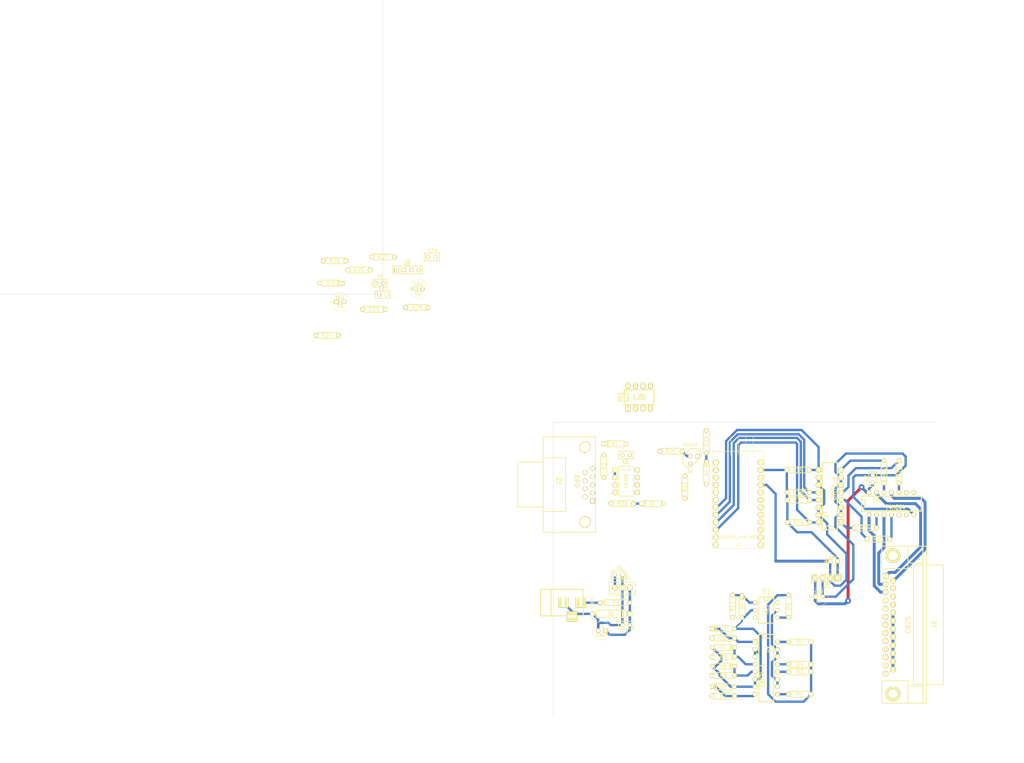
<source format=kicad_pcb>
(kicad_pcb (version 3) (host pcbnew "(2013-may-18)-stable")

  (general
    (links 166)
    (no_connects 72)
    (area 25.949999 26.949999 156.050001 127.050001)
    (thickness 1.6)
    (drawings 7)
    (tracks 259)
    (zones 0)
    (modules 66)
    (nets 56)
  )

  (page A3)
  (layers
    (15 F.Cu signal)
    (0 B.Cu signal)
    (16 B.Adhes user)
    (17 F.Adhes user)
    (18 B.Paste user)
    (19 F.Paste user)
    (20 B.SilkS user)
    (21 F.SilkS user)
    (22 B.Mask user)
    (23 F.Mask user)
    (24 Dwgs.User user)
    (25 Cmts.User user)
    (26 Eco1.User user)
    (27 Eco2.User user)
    (28 Edge.Cuts user)
  )

  (setup
    (last_trace_width 0.8)
    (user_trace_width 0.5)
    (user_trace_width 1)
    (trace_clearance 0.254)
    (zone_clearance 0.508)
    (zone_45_only no)
    (trace_min 0.254)
    (segment_width 0.2)
    (edge_width 0.1)
    (via_size 2)
    (via_drill 0.8)
    (via_min_size 0.889)
    (via_min_drill 0.508)
    (user_via 1.5 0.8)
    (user_via 2 0.8)
    (uvia_size 0.508)
    (uvia_drill 0.127)
    (uvias_allowed no)
    (uvia_min_size 0.508)
    (uvia_min_drill 0.127)
    (pcb_text_width 0.3)
    (pcb_text_size 1.5 1.5)
    (mod_edge_width 0.15)
    (mod_text_size 1 1)
    (mod_text_width 0.15)
    (pad_size 2 2)
    (pad_drill 0.8)
    (pad_to_mask_clearance 0)
    (aux_axis_origin 26 27)
    (visible_elements FFFFFFBF)
    (pcbplotparams
      (layerselection 268435457)
      (usegerberextensions true)
      (excludeedgelayer true)
      (linewidth 0.150000)
      (plotframeref false)
      (viasonmask false)
      (mode 1)
      (useauxorigin true)
      (hpglpennumber 1)
      (hpglpenspeed 20)
      (hpglpendiameter 15)
      (hpglpenoverlay 2)
      (psnegative false)
      (psa4output false)
      (plotreference true)
      (plotvalue true)
      (plotothertext true)
      (plotinvisibletext false)
      (padsonsilk false)
      (subtractmaskfromsilk false)
      (outputformat 1)
      (mirror false)
      (drillshape 0)
      (scaleselection 1)
      (outputdirectory out/))
  )

  (net 0 "")
  (net 1 +12C)
  (net 2 +12V)
  (net 3 +5V)
  (net 4 +5VA)
  (net 5 /Isolation/U_THC_INP1)
  (net 6 /Isolation/U_THC_INP2)
  (net 7 /Isolation/U_THC_INP3)
  (net 8 /Isolation/U_THC_INP4)
  (net 9 /Isolation/U_THC_OUT1)
  (net 10 /Isolation/U_THC_OUT2)
  (net 11 /Isolation/U_THC_OUT3)
  (net 12 /Isolation/U_THC_OUT4)
  (net 13 /Isolation/U_THC_OUT5)
  (net 14 "/Plasma source/ANALOG_IN")
  (net 15 "/Plasma source/ARC_OK")
  (net 16 "/Plasma source/TORCH_ON")
  (net 17 GND)
  (net 18 GNDA)
  (net 19 I_ANALOG_IN)
  (net 20 I_ARC_OK)
  (net 21 I_THC_INP1)
  (net 22 I_THC_INP2)
  (net 23 I_THC_INP3)
  (net 24 I_THC_INP4)
  (net 25 I_THC_OUT1)
  (net 26 I_THC_OUT2)
  (net 27 I_THC_OUT3)
  (net 28 I_THC_OUT4)
  (net 29 I_THC_OUT5)
  (net 30 I_TORCH_ON)
  (net 31 N-0000015)
  (net 32 N-000002)
  (net 33 N-0000030)
  (net 34 N-0000033)
  (net 35 N-0000034)
  (net 36 N-0000035)
  (net 37 N-0000036)
  (net 38 N-0000037)
  (net 39 N-0000043)
  (net 40 N-0000044)
  (net 41 N-0000049)
  (net 42 N-0000051)
  (net 43 N-0000057)
  (net 44 N-0000058)
  (net 45 N-0000059)
  (net 46 N-0000060)
  (net 47 N-0000073)
  (net 48 N-0000074)
  (net 49 N-0000078)
  (net 50 N-0000081)
  (net 51 N-0000082)
  (net 52 N-0000084)
  (net 53 N-0000085)
  (net 54 N-0000086)
  (net 55 VSS)

  (net_class Default "This is the default net class."
    (clearance 0.254)
    (trace_width 0.8)
    (via_dia 2)
    (via_drill 0.8)
    (uvia_dia 0.508)
    (uvia_drill 0.127)
    (add_net "")
    (add_net +12C)
    (add_net +12V)
    (add_net +5V)
    (add_net +5VA)
    (add_net /Isolation/U_THC_INP1)
    (add_net /Isolation/U_THC_INP2)
    (add_net /Isolation/U_THC_INP3)
    (add_net /Isolation/U_THC_INP4)
    (add_net /Isolation/U_THC_OUT1)
    (add_net /Isolation/U_THC_OUT2)
    (add_net /Isolation/U_THC_OUT3)
    (add_net /Isolation/U_THC_OUT4)
    (add_net /Isolation/U_THC_OUT5)
    (add_net "/Plasma source/ANALOG_IN")
    (add_net "/Plasma source/ARC_OK")
    (add_net "/Plasma source/TORCH_ON")
    (add_net GND)
    (add_net GNDA)
    (add_net I_ANALOG_IN)
    (add_net I_ARC_OK)
    (add_net I_THC_INP1)
    (add_net I_THC_INP2)
    (add_net I_THC_INP3)
    (add_net I_THC_INP4)
    (add_net I_THC_OUT1)
    (add_net I_THC_OUT2)
    (add_net I_THC_OUT3)
    (add_net I_THC_OUT4)
    (add_net I_THC_OUT5)
    (add_net I_TORCH_ON)
    (add_net N-0000015)
    (add_net N-000002)
    (add_net N-0000030)
    (add_net N-0000033)
    (add_net N-0000034)
    (add_net N-0000035)
    (add_net N-0000036)
    (add_net N-0000037)
    (add_net N-0000043)
    (add_net N-0000044)
    (add_net N-0000049)
    (add_net N-0000051)
    (add_net N-0000057)
    (add_net N-0000058)
    (add_net N-0000059)
    (add_net N-0000060)
    (add_net N-0000073)
    (add_net N-0000074)
    (add_net N-0000078)
    (add_net N-0000081)
    (add_net N-0000082)
    (add_net N-0000084)
    (add_net N-0000085)
    (add_net N-0000086)
    (add_net VSS)
  )

  (module SIL-4 (layer F.Cu) (tedit 52C971B7) (tstamp 52BFE628)
    (at 118.872 79.883 180)
    (descr "Connecteur 4 pibs")
    (tags "CONN DEV")
    (path /52BF21D2/52BF2979)
    (fp_text reference U5 (at 0 -2.54 180) (layer F.SilkS)
      (effects (font (size 1.73482 1.08712) (thickness 0.3048)))
    )
    (fp_text value ISOL_PWR (at 0 -2.54 180) (layer F.SilkS) hide
      (effects (font (size 1.524 1.016) (thickness 0.3048)))
    )
    (fp_line (start -5.08 -1.27) (end -5.08 -1.27) (layer F.SilkS) (width 0.3048))
    (fp_line (start -5.08 1.27) (end -5.08 -1.27) (layer F.SilkS) (width 0.3048))
    (fp_line (start -5.08 -1.27) (end -5.08 -1.27) (layer F.SilkS) (width 0.3048))
    (fp_line (start -5.08 -1.27) (end 5.08 -1.27) (layer F.SilkS) (width 0.3048))
    (fp_line (start 5.08 -1.27) (end 5.08 1.27) (layer F.SilkS) (width 0.3048))
    (fp_line (start 5.08 1.27) (end -5.08 1.27) (layer F.SilkS) (width 0.3048))
    (fp_line (start -2.54 1.27) (end -2.54 -1.27) (layer F.SilkS) (width 0.3048))
    (pad 1 thru_hole rect (at -3.81 0 180) (size 2 2) (drill 0.8)
      (layers *.Cu *.Mask F.SilkS)
      (net 17 GND)
    )
    (pad 2 thru_hole circle (at -1.27 0 180) (size 2 2) (drill 0.8)
      (layers *.Cu *.Mask F.SilkS)
      (net 3 +5V)
    )
    (pad 3 thru_hole circle (at 1.27 0 180) (size 2 2) (drill 0.8)
      (layers *.Cu *.Mask F.SilkS)
      (net 18 GNDA)
    )
    (pad 4 thru_hole circle (at 3.81 0 180) (size 2 2) (drill 0.8)
      (layers *.Cu *.Mask F.SilkS)
      (net 4 +5VA)
    )
  )

  (module DIP-16__300 (layer F.Cu) (tedit 52C9717F) (tstamp 52BFE7A7)
    (at 120.015 52.07 90)
    (descr "16 pins DIL package, round pads")
    (tags DIL)
    (path /52BF21D2/52BF5B9E)
    (fp_text reference U7 (at -6.35 -1.27 90) (layer F.SilkS)
      (effects (font (size 1.524 1.143) (thickness 0.3048)))
    )
    (fp_text value CNY74-4 (at 2.54 1.27 90) (layer F.SilkS)
      (effects (font (size 1.524 1.143) (thickness 0.3048)))
    )
    (fp_line (start -11.43 -1.27) (end -11.43 -1.27) (layer F.SilkS) (width 0.381))
    (fp_line (start -11.43 -1.27) (end -10.16 -1.27) (layer F.SilkS) (width 0.381))
    (fp_line (start -10.16 -1.27) (end -10.16 1.27) (layer F.SilkS) (width 0.381))
    (fp_line (start -10.16 1.27) (end -11.43 1.27) (layer F.SilkS) (width 0.381))
    (fp_line (start -11.43 -2.54) (end 11.43 -2.54) (layer F.SilkS) (width 0.381))
    (fp_line (start 11.43 -2.54) (end 11.43 2.54) (layer F.SilkS) (width 0.381))
    (fp_line (start 11.43 2.54) (end -11.43 2.54) (layer F.SilkS) (width 0.381))
    (fp_line (start -11.43 2.54) (end -11.43 -2.54) (layer F.SilkS) (width 0.381))
    (pad 1 thru_hole rect (at -8.89 3.81 90) (size 2 2) (drill 0.8)
      (layers *.Cu *.Mask F.SilkS)
      (net 35 N-0000034)
    )
    (pad 2 thru_hole circle (at -6.35 3.81 90) (size 2 2) (drill 0.8)
      (layers *.Cu *.Mask F.SilkS)
      (net 18 GNDA)
    )
    (pad 3 thru_hole circle (at -3.81 3.81 90) (size 2 2) (drill 0.8)
      (layers *.Cu *.Mask F.SilkS)
      (net 18 GNDA)
    )
    (pad 4 thru_hole circle (at -1.27 3.81 90) (size 2 2) (drill 0.8)
      (layers *.Cu *.Mask F.SilkS)
      (net 38 N-0000037)
    )
    (pad 5 thru_hole circle (at 1.27 3.81 90) (size 2 2) (drill 0.8)
      (layers *.Cu *.Mask F.SilkS)
      (net 37 N-0000036)
    )
    (pad 6 thru_hole circle (at 3.81 3.81 90) (size 2 2) (drill 0.8)
      (layers *.Cu *.Mask F.SilkS)
      (net 18 GNDA)
    )
    (pad 7 thru_hole circle (at 6.35 3.81 90) (size 2 2) (drill 0.8)
      (layers *.Cu *.Mask F.SilkS)
      (net 18 GNDA)
    )
    (pad 8 thru_hole circle (at 8.89 3.81 90) (size 2 2) (drill 0.8)
      (layers *.Cu *.Mask F.SilkS)
      (net 36 N-0000035)
    )
    (pad 9 thru_hole circle (at 8.89 -3.81 90) (size 2 2) (drill 0.8)
      (layers *.Cu *.Mask F.SilkS)
      (net 21 I_THC_INP1)
    )
    (pad 10 thru_hole circle (at 6.35 -3.81 90) (size 2 2) (drill 0.8)
      (layers *.Cu *.Mask F.SilkS)
      (net 3 +5V)
    )
    (pad 11 thru_hole circle (at 3.81 -3.81 90) (size 2 2) (drill 0.8)
      (layers *.Cu *.Mask F.SilkS)
      (net 3 +5V)
    )
    (pad 12 thru_hole circle (at 1.27 -3.81 90) (size 2 2) (drill 0.8)
      (layers *.Cu *.Mask F.SilkS)
      (net 22 I_THC_INP2)
    )
    (pad 13 thru_hole circle (at -1.27 -3.81 90) (size 2 2) (drill 0.8)
      (layers *.Cu *.Mask F.SilkS)
      (net 23 I_THC_INP3)
    )
    (pad 14 thru_hole circle (at -3.81 -3.81 90) (size 2 2) (drill 0.8)
      (layers *.Cu *.Mask F.SilkS)
      (net 3 +5V)
    )
    (pad 15 thru_hole circle (at -6.35 -3.81 90) (size 2 2) (drill 0.8)
      (layers *.Cu *.Mask F.SilkS)
      (net 3 +5V)
    )
    (pad 16 thru_hole circle (at -8.89 -3.81 90) (size 2 2) (drill 0.8)
      (layers *.Cu *.Mask F.SilkS)
      (net 24 I_THC_INP4)
    )
    (model dil/dil_16.wrl
      (at (xyz 0 0 0))
      (scale (xyz 1 1 1))
      (rotate (xyz 0 0 0))
    )
  )

  (module DB25FC (layer F.Cu) (tedit 52C97115) (tstamp 52BFF655)
    (at 140.208 95.758 270)
    (descr "Connecteur DB25 femelle couche")
    (tags "CONN DB25")
    (path /52BF21D2/52BF21EC)
    (fp_text reference J2 (at 0 -15.24 270) (layer F.SilkS)
      (effects (font (size 1.524 1.524) (thickness 0.3048)))
    )
    (fp_text value DB25 (at 0 -6.35 270) (layer F.SilkS)
      (effects (font (size 1.524 1.524) (thickness 0.3048)))
    )
    (fp_line (start 26.67 -11.43) (end 26.67 2.54) (layer F.SilkS) (width 0.3048))
    (fp_line (start 19.05 -6.35) (end 19.05 2.54) (layer F.SilkS) (width 0.3048))
    (fp_line (start 20.955 -11.43) (end 20.955 -6.35) (layer F.SilkS) (width 0.3048))
    (fp_line (start -20.955 -11.43) (end -20.955 -6.35) (layer F.SilkS) (width 0.3048))
    (fp_line (start -19.05 -6.35) (end -19.05 2.54) (layer F.SilkS) (width 0.3048))
    (fp_line (start -26.67 2.54) (end -26.67 -11.43) (layer F.SilkS) (width 0.3048))
    (fp_line (start 26.67 -6.35) (end 19.05 -6.35) (layer F.SilkS) (width 0.3048))
    (fp_line (start -26.67 -6.35) (end -19.05 -6.35) (layer F.SilkS) (width 0.3048))
    (fp_line (start 20.32 -8.255) (end 20.32 -11.43) (layer F.SilkS) (width 0.3048))
    (fp_line (start -20.32 -8.255) (end -20.32 -11.43) (layer F.SilkS) (width 0.3048))
    (fp_line (start 20.32 -18.415) (end 20.32 -12.7) (layer F.SilkS) (width 0.3048))
    (fp_line (start -20.32 -18.415) (end -20.32 -12.7) (layer F.SilkS) (width 0.3048))
    (fp_line (start 26.67 -11.43) (end 26.67 -12.7) (layer F.SilkS) (width 0.3048))
    (fp_line (start 26.67 -12.7) (end -26.67 -12.7) (layer F.SilkS) (width 0.3048))
    (fp_line (start -26.67 -12.7) (end -26.67 -11.43) (layer F.SilkS) (width 0.3048))
    (fp_line (start -26.67 -11.43) (end 26.67 -11.43) (layer F.SilkS) (width 0.3048))
    (fp_line (start 19.05 2.54) (end 26.67 2.54) (layer F.SilkS) (width 0.3048))
    (fp_line (start -20.32 -8.255) (end 20.32 -8.255) (layer F.SilkS) (width 0.3048))
    (fp_line (start -20.32 -18.415) (end 20.32 -18.415) (layer F.SilkS) (width 0.3048))
    (fp_line (start -26.67 2.54) (end -19.05 2.54) (layer F.SilkS) (width 0.3048))
    (pad "" thru_hole circle (at 23.495 -1.27 270) (size 5 5) (drill 3)
      (layers *.Cu *.Mask F.SilkS)
    )
    (pad "" thru_hole circle (at -23.495 -1.27 270) (size 5 5) (drill 3)
      (layers *.Cu *.Mask F.SilkS)
    )
    (pad 1 thru_hole rect (at -16.51 1.27 270) (size 2 2) (drill 0.8)
      (layers *.Cu *.Mask F.SilkS)
      (net 5 /Isolation/U_THC_INP1)
    )
    (pad 2 thru_hole circle (at -13.716 1.27 270) (size 2 2) (drill 0.8)
      (layers *.Cu *.Mask F.SilkS)
      (net 7 /Isolation/U_THC_INP3)
    )
    (pad 3 thru_hole circle (at -11.049 1.27 270) (size 2 2) (drill 0.8)
      (layers *.Cu *.Mask F.SilkS)
      (net 8 /Isolation/U_THC_INP4)
    )
    (pad 4 thru_hole circle (at -8.255 1.27 270) (size 2 2) (drill 0.8)
      (layers *.Cu *.Mask F.SilkS)
    )
    (pad 5 thru_hole circle (at -5.461 1.27 270) (size 2 2) (drill 0.8)
      (layers *.Cu *.Mask F.SilkS)
    )
    (pad 6 thru_hole circle (at -2.667 1.27 270) (size 2 2) (drill 0.8)
      (layers *.Cu *.Mask F.SilkS)
    )
    (pad 7 thru_hole circle (at 0 1.27 270) (size 2 2) (drill 0.8)
      (layers *.Cu *.Mask F.SilkS)
    )
    (pad 8 thru_hole circle (at 2.794 1.27 270) (size 2 2) (drill 0.8)
      (layers *.Cu *.Mask F.SilkS)
    )
    (pad 9 thru_hole circle (at 5.588 1.27 270) (size 2 2) (drill 0.8)
      (layers *.Cu *.Mask F.SilkS)
    )
    (pad 10 thru_hole circle (at 8.382 1.27 270) (size 2 2) (drill 0.8)
      (layers *.Cu *.Mask F.SilkS)
      (net 10 /Isolation/U_THC_OUT2)
    )
    (pad 11 thru_hole circle (at 11.049 1.27 270) (size 2 2) (drill 0.8)
      (layers *.Cu *.Mask F.SilkS)
      (net 11 /Isolation/U_THC_OUT3)
    )
    (pad 12 thru_hole circle (at 13.843 1.27 270) (size 2 2) (drill 0.8)
      (layers *.Cu *.Mask F.SilkS)
      (net 12 /Isolation/U_THC_OUT4)
    )
    (pad 13 thru_hole circle (at 16.637 1.27 270) (size 2 2) (drill 0.8)
      (layers *.Cu *.Mask F.SilkS)
      (net 13 /Isolation/U_THC_OUT5)
    )
    (pad 14 thru_hole circle (at -14.9352 -1.27 270) (size 2 2) (drill 0.8)
      (layers *.Cu *.Mask F.SilkS)
      (net 6 /Isolation/U_THC_INP2)
    )
    (pad 15 thru_hole circle (at -12.3952 -1.27 270) (size 2 2) (drill 0.8)
      (layers *.Cu *.Mask F.SilkS)
      (net 9 /Isolation/U_THC_OUT1)
    )
    (pad 16 thru_hole circle (at -9.6012 -1.27 270) (size 2 2) (drill 0.8)
      (layers *.Cu *.Mask F.SilkS)
    )
    (pad 17 thru_hole circle (at -6.858 -1.27 270) (size 2 2) (drill 0.8)
      (layers *.Cu *.Mask F.SilkS)
    )
    (pad 18 thru_hole circle (at -4.1148 -1.27 270) (size 2 2) (drill 0.8)
      (layers *.Cu *.Mask F.SilkS)
      (net 18 GNDA)
    )
    (pad 19 thru_hole circle (at -1.3208 -1.27 270) (size 2 2) (drill 0.8)
      (layers *.Cu *.Mask F.SilkS)
      (net 18 GNDA)
    )
    (pad 20 thru_hole circle (at 1.4224 -1.27 270) (size 2 2) (drill 0.8)
      (layers *.Cu *.Mask F.SilkS)
      (net 18 GNDA)
    )
    (pad 21 thru_hole circle (at 4.1656 -1.27 270) (size 2 2) (drill 0.8)
      (layers *.Cu *.Mask F.SilkS)
      (net 18 GNDA)
    )
    (pad 22 thru_hole circle (at 7.0104 -1.27 270) (size 2 2) (drill 0.8)
      (layers *.Cu *.Mask F.SilkS)
      (net 18 GNDA)
    )
    (pad 23 thru_hole circle (at 9.7028 -1.27 270) (size 2 2) (drill 0.8)
      (layers *.Cu *.Mask F.SilkS)
      (net 18 GNDA)
    )
    (pad 24 thru_hole circle (at 12.446 -1.27 270) (size 2 2) (drill 0.8)
      (layers *.Cu *.Mask F.SilkS)
      (net 18 GNDA)
    )
    (pad 25 thru_hole circle (at 15.24 -1.27 270) (size 2 2) (drill 0.8)
      (layers *.Cu *.Mask F.SilkS)
      (net 18 GNDA)
    )
    (model conn_DBxx/db25_female_pin90deg.wrl
      (at (xyz 0 0 0))
      (scale (xyz 1 1 1))
      (rotate (xyz 0 0 0))
    )
  )

  (module DIP-16__300 (layer F.Cu) (tedit 52C970D8) (tstamp 52BFE78B)
    (at 98.425 110.49 270)
    (descr "16 pins DIL package, round pads")
    (tags DIL)
    (path /52BF21D2/52BF3A48)
    (fp_text reference U3 (at -6.35 -1.27 270) (layer F.SilkS)
      (effects (font (size 1.524 1.143) (thickness 0.3048)))
    )
    (fp_text value CNY74-4 (at 2.54 1.27 270) (layer F.SilkS)
      (effects (font (size 1.524 1.143) (thickness 0.3048)))
    )
    (fp_line (start -11.43 -1.27) (end -11.43 -1.27) (layer F.SilkS) (width 0.381))
    (fp_line (start -11.43 -1.27) (end -10.16 -1.27) (layer F.SilkS) (width 0.381))
    (fp_line (start -10.16 -1.27) (end -10.16 1.27) (layer F.SilkS) (width 0.381))
    (fp_line (start -10.16 1.27) (end -11.43 1.27) (layer F.SilkS) (width 0.381))
    (fp_line (start -11.43 -2.54) (end 11.43 -2.54) (layer F.SilkS) (width 0.381))
    (fp_line (start 11.43 -2.54) (end 11.43 2.54) (layer F.SilkS) (width 0.381))
    (fp_line (start 11.43 2.54) (end -11.43 2.54) (layer F.SilkS) (width 0.381))
    (fp_line (start -11.43 2.54) (end -11.43 -2.54) (layer F.SilkS) (width 0.381))
    (pad 1 thru_hole rect (at -8.89 3.81 270) (size 1.7 1.7) (drill 0.8)
      (layers *.Cu *.Mask F.SilkS)
      (net 46 N-0000060)
    )
    (pad 2 thru_hole circle (at -6.35 3.81 270) (size 1.6 1.6) (drill 0.8)
      (layers *.Cu *.Mask F.SilkS)
      (net 17 GND)
    )
    (pad 3 thru_hole circle (at -3.81 3.81 270) (size 1.6 1.6) (drill 0.8)
      (layers *.Cu *.Mask F.SilkS)
      (net 17 GND)
    )
    (pad 4 thru_hole circle (at -1.27 3.81 270) (size 1.6 1.6) (drill 0.8)
      (layers *.Cu *.Mask F.SilkS)
      (net 45 N-0000059)
    )
    (pad 5 thru_hole circle (at 1.27 3.81 270) (size 1.6 1.6) (drill 0.8)
      (layers *.Cu *.Mask F.SilkS)
      (net 44 N-0000058)
    )
    (pad 6 thru_hole circle (at 3.81 3.81 270) (size 1.6 1.6) (drill 0.8)
      (layers *.Cu *.Mask F.SilkS)
      (net 17 GND)
    )
    (pad 7 thru_hole circle (at 6.35 3.81 270) (size 1.6 1.6) (drill 0.8)
      (layers *.Cu *.Mask F.SilkS)
      (net 17 GND)
    )
    (pad 8 thru_hole circle (at 8.89 3.81 270) (size 1.6 1.6) (drill 0.8)
      (layers *.Cu *.Mask F.SilkS)
      (net 43 N-0000057)
    )
    (pad 9 thru_hole circle (at 8.89 -3.81 270) (size 1.6 1.6) (drill 0.8)
      (layers *.Cu *.Mask F.SilkS)
      (net 9 /Isolation/U_THC_OUT1)
    )
    (pad 10 thru_hole circle (at 6.35 -3.81 270) (size 1.6 1.6) (drill 0.8)
      (layers *.Cu *.Mask F.SilkS)
      (net 4 +5VA)
    )
    (pad 11 thru_hole circle (at 3.81 -3.81 270) (size 1.6 1.6) (drill 0.8)
      (layers *.Cu *.Mask F.SilkS)
      (net 4 +5VA)
    )
    (pad 12 thru_hole circle (at 1.27 -3.81 270) (size 1.6 1.6) (drill 0.8)
      (layers *.Cu *.Mask F.SilkS)
      (net 13 /Isolation/U_THC_OUT5)
    )
    (pad 13 thru_hole circle (at -1.27 -3.81 270) (size 1.6 1.6) (drill 0.8)
      (layers *.Cu *.Mask F.SilkS)
      (net 12 /Isolation/U_THC_OUT4)
    )
    (pad 14 thru_hole circle (at -3.81 -3.81 270) (size 1.6 1.6) (drill 0.8)
      (layers *.Cu *.Mask F.SilkS)
      (net 4 +5VA)
    )
    (pad 15 thru_hole circle (at -6.35 -3.81 270) (size 1.6 1.6) (drill 0.8)
      (layers *.Cu *.Mask F.SilkS)
      (net 4 +5VA)
    )
    (pad 16 thru_hole circle (at -8.89 -3.81 270) (size 1.6 1.6) (drill 0.8)
      (layers *.Cu *.Mask F.SilkS)
      (net 11 /Isolation/U_THC_OUT3)
    )
    (model dil/dil_16.wrl
      (at (xyz 0 0 0))
      (scale (xyz 1 1 1))
      (rotate (xyz 0 0 0))
    )
  )

  (module LM78XXV (layer F.Cu) (tedit 52C970B7) (tstamp 52BFE75C)
    (at 49.53 83.185 270)
    (descr "Regulateur TO220 serie LM78xx")
    (tags "TR TO220")
    (path /52BA25D0)
    (fp_text reference U4 (at 3.81 0 360) (layer F.SilkS)
      (effects (font (size 1.524 1.016) (thickness 0.2032)))
    )
    (fp_text value 7805 (at -3.175 -0.635 360) (layer F.SilkS)
      (effects (font (size 1.524 1.016) (thickness 0.2032)))
    )
    (fp_line (start 1.905 -4.445) (end 2.54 -4.445) (layer F.SilkS) (width 0.254))
    (fp_line (start 2.54 -4.445) (end 2.54 4.445) (layer F.SilkS) (width 0.254))
    (fp_line (start 2.54 4.445) (end 1.905 4.445) (layer F.SilkS) (width 0.254))
    (fp_line (start -1.905 -4.445) (end 1.905 -4.445) (layer F.SilkS) (width 0.254))
    (fp_line (start 1.905 -4.445) (end 1.905 4.445) (layer F.SilkS) (width 0.254))
    (fp_line (start 1.905 4.445) (end -1.905 4.445) (layer F.SilkS) (width 0.254))
    (fp_line (start -1.905 4.445) (end -1.905 -4.445) (layer F.SilkS) (width 0.254))
    (pad VI thru_hole circle (at 0 -2.54 270) (size 2 2) (drill 1)
      (layers *.Cu *.Mask F.SilkS)
      (net 2 +12V)
    )
    (pad GND thru_hole rect (at 0 0 270) (size 2 2) (drill 1)
      (layers *.Cu *.Mask F.SilkS)
      (net 17 GND)
    )
    (pad VO thru_hole circle (at 0 2.54 270) (size 2 2) (drill 1)
      (layers *.Cu *.Mask F.SilkS)
      (net 3 +5V)
    )
  )

  (module DIP-8__300 (layer F.Cu) (tedit 52C97087) (tstamp 52BFE76F)
    (at 50.8 46.99 270)
    (descr "8 pins DIL package, round pads")
    (tags DIL)
    (path /52EEA39D/52EEA505)
    (fp_text reference U1 (at -6.35 0 360) (layer F.SilkS)
      (effects (font (size 1.27 1.143) (thickness 0.2032)))
    )
    (fp_text value LM358 (at 0 0 270) (layer F.SilkS)
      (effects (font (size 1.27 1.016) (thickness 0.2032)))
    )
    (fp_line (start -5.08 -1.27) (end -3.81 -1.27) (layer F.SilkS) (width 0.254))
    (fp_line (start -3.81 -1.27) (end -3.81 1.27) (layer F.SilkS) (width 0.254))
    (fp_line (start -3.81 1.27) (end -5.08 1.27) (layer F.SilkS) (width 0.254))
    (fp_line (start -5.08 -2.54) (end 5.08 -2.54) (layer F.SilkS) (width 0.254))
    (fp_line (start 5.08 -2.54) (end 5.08 2.54) (layer F.SilkS) (width 0.254))
    (fp_line (start 5.08 2.54) (end -5.08 2.54) (layer F.SilkS) (width 0.254))
    (fp_line (start -5.08 2.54) (end -5.08 -2.54) (layer F.SilkS) (width 0.254))
    (pad 1 thru_hole rect (at -3.81 3.81 270) (size 1.7 1.7) (drill 0.8)
      (layers *.Cu *.Mask F.SilkS)
      (net 53 N-0000085)
    )
    (pad 2 thru_hole circle (at -1.27 3.81 270) (size 1.8 1.8) (drill 0.8)
      (layers *.Cu *.Mask F.SilkS)
      (net 51 N-0000082)
    )
    (pad 3 thru_hole circle (at 1.27 3.81 270) (size 1.8 1.8) (drill 0.8)
      (layers *.Cu *.Mask F.SilkS)
      (net 14 "/Plasma source/ANALOG_IN")
    )
    (pad 4 thru_hole circle (at 3.81 3.81 270) (size 1.8 1.8) (drill 0.8)
      (layers *.Cu *.Mask F.SilkS)
      (net 55 VSS)
    )
    (pad 5 thru_hole circle (at 3.81 -3.81 270) (size 1.8 1.8) (drill 0.8)
      (layers *.Cu *.Mask F.SilkS)
      (net 52 N-0000084)
    )
    (pad 6 thru_hole circle (at 1.27 -3.81 270) (size 1.8 1.8) (drill 0.8)
      (layers *.Cu *.Mask F.SilkS)
      (net 19 I_ANALOG_IN)
    )
    (pad 7 thru_hole circle (at -1.27 -3.81 270) (size 1.8 1.8) (drill 0.8)
      (layers *.Cu *.Mask F.SilkS)
      (net 19 I_ANALOG_IN)
    )
    (pad 8 thru_hole circle (at -3.81 -3.81 270) (size 1.8 1.8) (drill 0.8)
      (layers *.Cu *.Mask F.SilkS)
      (net 1 +12C)
    )
    (model dil/dil_8.wrl
      (at (xyz 0 0 0))
      (scale (xyz 1 1 1))
      (rotate (xyz 0 0 0))
    )
  )

  (module DIP-14__300 (layer F.Cu) (tedit 52C96FC0) (tstamp 52BFE7C3)
    (at 140.97 54.61)
    (descr "14 pins DIL package, round pads")
    (tags DIL)
    (path /52BF21D2/52C96612)
    (fp_text reference U6 (at -5.08 -1.27) (layer F.SilkS)
      (effects (font (size 1.524 1.143) (thickness 0.3048)))
    )
    (fp_text value 74HC04 (at 1.27 1.27) (layer F.SilkS)
      (effects (font (size 1.524 1.143) (thickness 0.3048)))
    )
    (fp_line (start -10.16 -2.54) (end 10.16 -2.54) (layer F.SilkS) (width 0.381))
    (fp_line (start 10.16 2.54) (end -10.16 2.54) (layer F.SilkS) (width 0.381))
    (fp_line (start -10.16 2.54) (end -10.16 -2.54) (layer F.SilkS) (width 0.381))
    (fp_line (start -10.16 -1.27) (end -8.89 -1.27) (layer F.SilkS) (width 0.381))
    (fp_line (start -8.89 -1.27) (end -8.89 1.27) (layer F.SilkS) (width 0.381))
    (fp_line (start -8.89 1.27) (end -10.16 1.27) (layer F.SilkS) (width 0.381))
    (fp_line (start 10.16 -2.54) (end 10.16 2.54) (layer F.SilkS) (width 0.381))
    (pad 1 thru_hole rect (at -7.62 3.81) (size 1.397 1.397) (drill 0.8)
      (layers *.Cu *.Mask F.SilkS)
      (net 8 /Isolation/U_THC_INP4)
    )
    (pad 2 thru_hole circle (at -5.08 3.81) (size 1.6 1.6) (drill 0.8)
      (layers *.Cu *.Mask F.SilkS)
      (net 41 N-0000049)
    )
    (pad 3 thru_hole circle (at -2.54 3.81) (size 1.6 1.6) (drill 0.8)
      (layers *.Cu *.Mask F.SilkS)
      (net 7 /Isolation/U_THC_INP3)
    )
    (pad 4 thru_hole circle (at 0 3.81) (size 1.6 1.6) (drill 0.8)
      (layers *.Cu *.Mask F.SilkS)
      (net 42 N-0000051)
    )
    (pad 5 thru_hole circle (at 2.54 3.81) (size 1.6 1.6) (drill 0.8)
      (layers *.Cu *.Mask F.SilkS)
    )
    (pad 6 thru_hole circle (at 5.08 3.81) (size 1.6 1.6) (drill 0.8)
      (layers *.Cu *.Mask F.SilkS)
    )
    (pad 7 thru_hole circle (at 7.62 3.81) (size 1.6 1.6) (drill 0.8)
      (layers *.Cu *.Mask F.SilkS)
      (net 18 GNDA)
    )
    (pad 8 thru_hole circle (at 7.62 -3.81) (size 1.6 1.6) (drill 0.8)
      (layers *.Cu *.Mask F.SilkS)
    )
    (pad 9 thru_hole circle (at 5.08 -3.81) (size 1.6 1.6) (drill 0.8)
      (layers *.Cu *.Mask F.SilkS)
    )
    (pad 10 thru_hole circle (at 2.54 -3.81) (size 1.6 1.6) (drill 0.8)
      (layers *.Cu *.Mask F.SilkS)
      (net 40 N-0000044)
    )
    (pad 11 thru_hole circle (at 0 -3.81) (size 1.6 1.6) (drill 0.8)
      (layers *.Cu *.Mask F.SilkS)
      (net 6 /Isolation/U_THC_INP2)
    )
    (pad 12 thru_hole circle (at -2.54 -3.81) (size 1.6 1.6) (drill 0.8)
      (layers *.Cu *.Mask F.SilkS)
      (net 39 N-0000043)
    )
    (pad 13 thru_hole circle (at -5.08 -3.81) (size 1.6 1.6) (drill 0.8)
      (layers *.Cu *.Mask F.SilkS)
      (net 5 /Isolation/U_THC_INP1)
    )
    (pad 14 thru_hole circle (at -7.62 -3.81) (size 1.6 1.6) (drill 0.8)
      (layers *.Cu *.Mask F.SilkS)
      (net 4 +5VA)
    )
    (model dil/dil_14.wrl
      (at (xyz 0 0 0))
      (scale (xyz 1 1 1))
      (rotate (xyz 0 0 0))
    )
  )

  (module R3-LARGE_PADS (layer F.Cu) (tedit 47E26765) (tstamp 52BFE636)
    (at 109.855 109.22)
    (descr "Resitance 3 pas")
    (tags R)
    (path /52BF21D2/52BF3F3C)
    (autoplace_cost180 10)
    (fp_text reference R4 (at 0 0) (layer F.SilkS)
      (effects (font (size 1.397 1.27) (thickness 0.2032)))
    )
    (fp_text value 10K (at 0 0) (layer F.SilkS) hide
      (effects (font (size 1.397 1.27) (thickness 0.2032)))
    )
    (fp_line (start -3.81 0) (end -3.302 0) (layer F.SilkS) (width 0.3048))
    (fp_line (start 3.81 0) (end 3.302 0) (layer F.SilkS) (width 0.3048))
    (fp_line (start 3.302 0) (end 3.302 -1.016) (layer F.SilkS) (width 0.3048))
    (fp_line (start 3.302 -1.016) (end -3.302 -1.016) (layer F.SilkS) (width 0.3048))
    (fp_line (start -3.302 -1.016) (end -3.302 1.016) (layer F.SilkS) (width 0.3048))
    (fp_line (start -3.302 1.016) (end 3.302 1.016) (layer F.SilkS) (width 0.3048))
    (fp_line (start 3.302 1.016) (end 3.302 0) (layer F.SilkS) (width 0.3048))
    (fp_line (start -3.302 -0.508) (end -2.794 -1.016) (layer F.SilkS) (width 0.3048))
    (pad 1 thru_hole circle (at -3.81 0) (size 1.651 1.651) (drill 0.8128)
      (layers *.Cu *.Mask F.SilkS)
      (net 12 /Isolation/U_THC_OUT4)
    )
    (pad 2 thru_hole circle (at 3.81 0) (size 1.651 1.651) (drill 0.8128)
      (layers *.Cu *.Mask F.SilkS)
      (net 18 GNDA)
    )
    (model discret/resistor.wrl
      (at (xyz 0 0 0))
      (scale (xyz 0.3 0.3 0.3))
      (rotate (xyz 0 0 0))
    )
  )

  (module R3-LARGE_PADS (layer F.Cu) (tedit 52D93661) (tstamp 52BFE644)
    (at 109.22 43.18 180)
    (descr "Resitance 3 pas")
    (tags R)
    (path /52BF21D2/52BF63DD)
    (autoplace_cost180 10)
    (fp_text reference R19 (at 0 0 180) (layer F.SilkS)
      (effects (font (size 1.397 1.27) (thickness 0.2032)))
    )
    (fp_text value 10K (at 0 0 180) (layer F.SilkS) hide
      (effects (font (size 1.397 1.27) (thickness 0.2032)))
    )
    (fp_line (start -3.81 0) (end -3.302 0) (layer F.SilkS) (width 0.3048))
    (fp_line (start 3.81 0) (end 3.302 0) (layer F.SilkS) (width 0.3048))
    (fp_line (start 3.302 0) (end 3.302 -1.016) (layer F.SilkS) (width 0.3048))
    (fp_line (start 3.302 -1.016) (end -3.302 -1.016) (layer F.SilkS) (width 0.3048))
    (fp_line (start -3.302 -1.016) (end -3.302 1.016) (layer F.SilkS) (width 0.3048))
    (fp_line (start -3.302 1.016) (end 3.302 1.016) (layer F.SilkS) (width 0.3048))
    (fp_line (start 3.302 1.016) (end 3.302 0) (layer F.SilkS) (width 0.3048))
    (fp_line (start -3.302 -0.508) (end -2.794 -1.016) (layer F.SilkS) (width 0.3048))
    (pad 1 thru_hole circle (at -3.81 0 180) (size 1.651 1.651) (drill 0.8128)
      (layers *.Cu *.Mask F.SilkS)
      (net 21 I_THC_INP1)
    )
    (pad 2 thru_hole circle (at 3.81 0 180) (size 1.651 1.651) (drill 0.8128)
      (layers *.Cu *.Mask F.SilkS)
      (net 17 GND)
    )
    (model discret/resistor.wrl
      (at (xyz 0 0 0))
      (scale (xyz 0.3 0.3 0.3))
      (rotate (xyz 0 0 0))
    )
  )

  (module R3-LARGE_PADS (layer F.Cu) (tedit 47E26765) (tstamp 52BFE652)
    (at 83.82 120.015 180)
    (descr "Resitance 3 pas")
    (tags R)
    (path /52BF21D2/52BF3A69)
    (autoplace_cost180 10)
    (fp_text reference R7 (at 0 0 180) (layer F.SilkS)
      (effects (font (size 1.397 1.27) (thickness 0.2032)))
    )
    (fp_text value 200R (at 0 0 180) (layer F.SilkS) hide
      (effects (font (size 1.397 1.27) (thickness 0.2032)))
    )
    (fp_line (start -3.81 0) (end -3.302 0) (layer F.SilkS) (width 0.3048))
    (fp_line (start 3.81 0) (end 3.302 0) (layer F.SilkS) (width 0.3048))
    (fp_line (start 3.302 0) (end 3.302 -1.016) (layer F.SilkS) (width 0.3048))
    (fp_line (start 3.302 -1.016) (end -3.302 -1.016) (layer F.SilkS) (width 0.3048))
    (fp_line (start -3.302 -1.016) (end -3.302 1.016) (layer F.SilkS) (width 0.3048))
    (fp_line (start -3.302 1.016) (end 3.302 1.016) (layer F.SilkS) (width 0.3048))
    (fp_line (start 3.302 1.016) (end 3.302 0) (layer F.SilkS) (width 0.3048))
    (fp_line (start -3.302 -0.508) (end -2.794 -1.016) (layer F.SilkS) (width 0.3048))
    (pad 1 thru_hole circle (at -3.81 0 180) (size 1.651 1.651) (drill 0.8128)
      (layers *.Cu *.Mask F.SilkS)
      (net 43 N-0000057)
    )
    (pad 2 thru_hole circle (at 3.81 0 180) (size 1.651 1.651) (drill 0.8128)
      (layers *.Cu *.Mask F.SilkS)
      (net 25 I_THC_OUT1)
    )
    (model discret/resistor.wrl
      (at (xyz 0 0 0))
      (scale (xyz 0.3 0.3 0.3))
      (rotate (xyz 0 0 0))
    )
  )

  (module R3-LARGE_PADS (layer F.Cu) (tedit 47E26765) (tstamp 52BFE660)
    (at 83.82 113.03 180)
    (descr "Resitance 3 pas")
    (tags R)
    (path /52BF21D2/52BF3AB4)
    (autoplace_cost180 10)
    (fp_text reference R8 (at 0 0 180) (layer F.SilkS)
      (effects (font (size 1.397 1.27) (thickness 0.2032)))
    )
    (fp_text value 200R (at 0 0 180) (layer F.SilkS) hide
      (effects (font (size 1.397 1.27) (thickness 0.2032)))
    )
    (fp_line (start -3.81 0) (end -3.302 0) (layer F.SilkS) (width 0.3048))
    (fp_line (start 3.81 0) (end 3.302 0) (layer F.SilkS) (width 0.3048))
    (fp_line (start 3.302 0) (end 3.302 -1.016) (layer F.SilkS) (width 0.3048))
    (fp_line (start 3.302 -1.016) (end -3.302 -1.016) (layer F.SilkS) (width 0.3048))
    (fp_line (start -3.302 -1.016) (end -3.302 1.016) (layer F.SilkS) (width 0.3048))
    (fp_line (start -3.302 1.016) (end 3.302 1.016) (layer F.SilkS) (width 0.3048))
    (fp_line (start 3.302 1.016) (end 3.302 0) (layer F.SilkS) (width 0.3048))
    (fp_line (start -3.302 -0.508) (end -2.794 -1.016) (layer F.SilkS) (width 0.3048))
    (pad 1 thru_hole circle (at -3.81 0 180) (size 1.651 1.651) (drill 0.8128)
      (layers *.Cu *.Mask F.SilkS)
      (net 44 N-0000058)
    )
    (pad 2 thru_hole circle (at 3.81 0 180) (size 1.651 1.651) (drill 0.8128)
      (layers *.Cu *.Mask F.SilkS)
      (net 29 I_THC_OUT5)
    )
    (model discret/resistor.wrl
      (at (xyz 0 0 0))
      (scale (xyz 0.3 0.3 0.3))
      (rotate (xyz 0 0 0))
    )
  )

  (module R3-LARGE_PADS (layer F.Cu) (tedit 47E26765) (tstamp 52BFE66E)
    (at 83.82 106.68 180)
    (descr "Resitance 3 pas")
    (tags R)
    (path /52BF21D2/52BF3ABA)
    (autoplace_cost180 10)
    (fp_text reference R9 (at 0 0 180) (layer F.SilkS)
      (effects (font (size 1.397 1.27) (thickness 0.2032)))
    )
    (fp_text value 200R (at 0 0 180) (layer F.SilkS) hide
      (effects (font (size 1.397 1.27) (thickness 0.2032)))
    )
    (fp_line (start -3.81 0) (end -3.302 0) (layer F.SilkS) (width 0.3048))
    (fp_line (start 3.81 0) (end 3.302 0) (layer F.SilkS) (width 0.3048))
    (fp_line (start 3.302 0) (end 3.302 -1.016) (layer F.SilkS) (width 0.3048))
    (fp_line (start 3.302 -1.016) (end -3.302 -1.016) (layer F.SilkS) (width 0.3048))
    (fp_line (start -3.302 -1.016) (end -3.302 1.016) (layer F.SilkS) (width 0.3048))
    (fp_line (start -3.302 1.016) (end 3.302 1.016) (layer F.SilkS) (width 0.3048))
    (fp_line (start 3.302 1.016) (end 3.302 0) (layer F.SilkS) (width 0.3048))
    (fp_line (start -3.302 -0.508) (end -2.794 -1.016) (layer F.SilkS) (width 0.3048))
    (pad 1 thru_hole circle (at -3.81 0 180) (size 1.651 1.651) (drill 0.8128)
      (layers *.Cu *.Mask F.SilkS)
      (net 45 N-0000059)
    )
    (pad 2 thru_hole circle (at 3.81 0 180) (size 1.651 1.651) (drill 0.8128)
      (layers *.Cu *.Mask F.SilkS)
      (net 28 I_THC_OUT4)
    )
    (model discret/resistor.wrl
      (at (xyz 0 0 0))
      (scale (xyz 0.3 0.3 0.3))
      (rotate (xyz 0 0 0))
    )
  )

  (module R3-LARGE_PADS (layer F.Cu) (tedit 47E26765) (tstamp 52BFE67C)
    (at 86.995 89.535 270)
    (descr "Resitance 3 pas")
    (tags R)
    (path /52BF21D2/52BF3AC0)
    (autoplace_cost180 10)
    (fp_text reference R11 (at 0 0 270) (layer F.SilkS)
      (effects (font (size 1.397 1.27) (thickness 0.2032)))
    )
    (fp_text value 200R (at 0 0 270) (layer F.SilkS) hide
      (effects (font (size 1.397 1.27) (thickness 0.2032)))
    )
    (fp_line (start -3.81 0) (end -3.302 0) (layer F.SilkS) (width 0.3048))
    (fp_line (start 3.81 0) (end 3.302 0) (layer F.SilkS) (width 0.3048))
    (fp_line (start 3.302 0) (end 3.302 -1.016) (layer F.SilkS) (width 0.3048))
    (fp_line (start 3.302 -1.016) (end -3.302 -1.016) (layer F.SilkS) (width 0.3048))
    (fp_line (start -3.302 -1.016) (end -3.302 1.016) (layer F.SilkS) (width 0.3048))
    (fp_line (start -3.302 1.016) (end 3.302 1.016) (layer F.SilkS) (width 0.3048))
    (fp_line (start 3.302 1.016) (end 3.302 0) (layer F.SilkS) (width 0.3048))
    (fp_line (start -3.302 -0.508) (end -2.794 -1.016) (layer F.SilkS) (width 0.3048))
    (pad 1 thru_hole circle (at -3.81 0 270) (size 1.651 1.651) (drill 0.8128)
      (layers *.Cu *.Mask F.SilkS)
      (net 34 N-0000033)
    )
    (pad 2 thru_hole circle (at 3.81 0 270) (size 1.651 1.651) (drill 0.8128)
      (layers *.Cu *.Mask F.SilkS)
      (net 26 I_THC_OUT2)
    )
    (model discret/resistor.wrl
      (at (xyz 0 0 0))
      (scale (xyz 0.3 0.3 0.3))
      (rotate (xyz 0 0 0))
    )
  )

  (module R3-LARGE_PADS (layer F.Cu) (tedit 47E26765) (tstamp 52BFE68A)
    (at 109.855 119.38)
    (descr "Resitance 3 pas")
    (tags R)
    (path /52BF21D2/52BF3F30)
    (autoplace_cost180 10)
    (fp_text reference R1 (at 0 0) (layer F.SilkS)
      (effects (font (size 1.397 1.27) (thickness 0.2032)))
    )
    (fp_text value 10K (at 0 0) (layer F.SilkS) hide
      (effects (font (size 1.397 1.27) (thickness 0.2032)))
    )
    (fp_line (start -3.81 0) (end -3.302 0) (layer F.SilkS) (width 0.3048))
    (fp_line (start 3.81 0) (end 3.302 0) (layer F.SilkS) (width 0.3048))
    (fp_line (start 3.302 0) (end 3.302 -1.016) (layer F.SilkS) (width 0.3048))
    (fp_line (start 3.302 -1.016) (end -3.302 -1.016) (layer F.SilkS) (width 0.3048))
    (fp_line (start -3.302 -1.016) (end -3.302 1.016) (layer F.SilkS) (width 0.3048))
    (fp_line (start -3.302 1.016) (end 3.302 1.016) (layer F.SilkS) (width 0.3048))
    (fp_line (start 3.302 1.016) (end 3.302 0) (layer F.SilkS) (width 0.3048))
    (fp_line (start -3.302 -0.508) (end -2.794 -1.016) (layer F.SilkS) (width 0.3048))
    (pad 1 thru_hole circle (at -3.81 0) (size 1.651 1.651) (drill 0.8128)
      (layers *.Cu *.Mask F.SilkS)
      (net 9 /Isolation/U_THC_OUT1)
    )
    (pad 2 thru_hole circle (at 3.81 0) (size 1.651 1.651) (drill 0.8128)
      (layers *.Cu *.Mask F.SilkS)
      (net 18 GNDA)
    )
    (model discret/resistor.wrl
      (at (xyz 0 0 0))
      (scale (xyz 0.3 0.3 0.3))
      (rotate (xyz 0 0 0))
    )
  )

  (module R3-LARGE_PADS (layer F.Cu) (tedit 47E26765) (tstamp 52BFE698)
    (at 109.855 111.76)
    (descr "Resitance 3 pas")
    (tags R)
    (path /52BF21D2/52BF3F36)
    (autoplace_cost180 10)
    (fp_text reference R2 (at 0 0) (layer F.SilkS)
      (effects (font (size 1.397 1.27) (thickness 0.2032)))
    )
    (fp_text value 10K (at 0 0) (layer F.SilkS) hide
      (effects (font (size 1.397 1.27) (thickness 0.2032)))
    )
    (fp_line (start -3.81 0) (end -3.302 0) (layer F.SilkS) (width 0.3048))
    (fp_line (start 3.81 0) (end 3.302 0) (layer F.SilkS) (width 0.3048))
    (fp_line (start 3.302 0) (end 3.302 -1.016) (layer F.SilkS) (width 0.3048))
    (fp_line (start 3.302 -1.016) (end -3.302 -1.016) (layer F.SilkS) (width 0.3048))
    (fp_line (start -3.302 -1.016) (end -3.302 1.016) (layer F.SilkS) (width 0.3048))
    (fp_line (start -3.302 1.016) (end 3.302 1.016) (layer F.SilkS) (width 0.3048))
    (fp_line (start 3.302 1.016) (end 3.302 0) (layer F.SilkS) (width 0.3048))
    (fp_line (start -3.302 -0.508) (end -2.794 -1.016) (layer F.SilkS) (width 0.3048))
    (pad 1 thru_hole circle (at -3.81 0) (size 1.651 1.651) (drill 0.8128)
      (layers *.Cu *.Mask F.SilkS)
      (net 13 /Isolation/U_THC_OUT5)
    )
    (pad 2 thru_hole circle (at 3.81 0) (size 1.651 1.651) (drill 0.8128)
      (layers *.Cu *.Mask F.SilkS)
      (net 18 GNDA)
    )
    (model discret/resistor.wrl
      (at (xyz 0 0 0))
      (scale (xyz 0.3 0.3 0.3))
      (rotate (xyz 0 0 0))
    )
  )

  (module R3-LARGE_PADS (layer F.Cu) (tedit 47E26765) (tstamp 52BFE6A6)
    (at 109.2835 50.8 180)
    (descr "Resitance 3 pas")
    (tags R)
    (path /52BF21D2/52BF63D7)
    (autoplace_cost180 10)
    (fp_text reference R18 (at 0 0 180) (layer F.SilkS)
      (effects (font (size 1.397 1.27) (thickness 0.2032)))
    )
    (fp_text value 10K (at 0 0 180) (layer F.SilkS) hide
      (effects (font (size 1.397 1.27) (thickness 0.2032)))
    )
    (fp_line (start -3.81 0) (end -3.302 0) (layer F.SilkS) (width 0.3048))
    (fp_line (start 3.81 0) (end 3.302 0) (layer F.SilkS) (width 0.3048))
    (fp_line (start 3.302 0) (end 3.302 -1.016) (layer F.SilkS) (width 0.3048))
    (fp_line (start 3.302 -1.016) (end -3.302 -1.016) (layer F.SilkS) (width 0.3048))
    (fp_line (start -3.302 -1.016) (end -3.302 1.016) (layer F.SilkS) (width 0.3048))
    (fp_line (start -3.302 1.016) (end 3.302 1.016) (layer F.SilkS) (width 0.3048))
    (fp_line (start 3.302 1.016) (end 3.302 0) (layer F.SilkS) (width 0.3048))
    (fp_line (start -3.302 -0.508) (end -2.794 -1.016) (layer F.SilkS) (width 0.3048))
    (pad 1 thru_hole circle (at -3.81 0 180) (size 1.651 1.651) (drill 0.8128)
      (layers *.Cu *.Mask F.SilkS)
      (net 22 I_THC_INP2)
    )
    (pad 2 thru_hole circle (at 3.81 0 180) (size 1.651 1.651) (drill 0.8128)
      (layers *.Cu *.Mask F.SilkS)
      (net 17 GND)
    )
    (model discret/resistor.wrl
      (at (xyz 0 0 0))
      (scale (xyz 0.3 0.3 0.3))
      (rotate (xyz 0 0 0))
    )
  )

  (module R3-LARGE_PADS (layer F.Cu) (tedit 47E26765) (tstamp 52BFE6B4)
    (at 109.855 101.6)
    (descr "Resitance 3 pas")
    (tags R)
    (path /52BF21D2/52BF3F42)
    (autoplace_cost180 10)
    (fp_text reference R5 (at 0 0) (layer F.SilkS)
      (effects (font (size 1.397 1.27) (thickness 0.2032)))
    )
    (fp_text value 10K (at 0 0) (layer F.SilkS) hide
      (effects (font (size 1.397 1.27) (thickness 0.2032)))
    )
    (fp_line (start -3.81 0) (end -3.302 0) (layer F.SilkS) (width 0.3048))
    (fp_line (start 3.81 0) (end 3.302 0) (layer F.SilkS) (width 0.3048))
    (fp_line (start 3.302 0) (end 3.302 -1.016) (layer F.SilkS) (width 0.3048))
    (fp_line (start 3.302 -1.016) (end -3.302 -1.016) (layer F.SilkS) (width 0.3048))
    (fp_line (start -3.302 -1.016) (end -3.302 1.016) (layer F.SilkS) (width 0.3048))
    (fp_line (start -3.302 1.016) (end 3.302 1.016) (layer F.SilkS) (width 0.3048))
    (fp_line (start 3.302 1.016) (end 3.302 0) (layer F.SilkS) (width 0.3048))
    (fp_line (start -3.302 -0.508) (end -2.794 -1.016) (layer F.SilkS) (width 0.3048))
    (pad 1 thru_hole circle (at -3.81 0) (size 1.651 1.651) (drill 0.8128)
      (layers *.Cu *.Mask F.SilkS)
      (net 11 /Isolation/U_THC_OUT3)
    )
    (pad 2 thru_hole circle (at 3.81 0) (size 1.651 1.651) (drill 0.8128)
      (layers *.Cu *.Mask F.SilkS)
      (net 18 GNDA)
    )
    (model discret/resistor.wrl
      (at (xyz 0 0 0))
      (scale (xyz 0.3 0.3 0.3))
      (rotate (xyz 0 0 0))
    )
  )

  (module R3-LARGE_PADS (layer F.Cu) (tedit 47E26765) (tstamp 52BFE6C2)
    (at 106.045 89.535 90)
    (descr "Resitance 3 pas")
    (tags R)
    (path /52BF21D2/52BF52A8)
    (autoplace_cost180 10)
    (fp_text reference R6 (at 0 0 90) (layer F.SilkS)
      (effects (font (size 1.397 1.27) (thickness 0.2032)))
    )
    (fp_text value 10K (at 0 0 90) (layer F.SilkS) hide
      (effects (font (size 1.397 1.27) (thickness 0.2032)))
    )
    (fp_line (start -3.81 0) (end -3.302 0) (layer F.SilkS) (width 0.3048))
    (fp_line (start 3.81 0) (end 3.302 0) (layer F.SilkS) (width 0.3048))
    (fp_line (start 3.302 0) (end 3.302 -1.016) (layer F.SilkS) (width 0.3048))
    (fp_line (start 3.302 -1.016) (end -3.302 -1.016) (layer F.SilkS) (width 0.3048))
    (fp_line (start -3.302 -1.016) (end -3.302 1.016) (layer F.SilkS) (width 0.3048))
    (fp_line (start -3.302 1.016) (end 3.302 1.016) (layer F.SilkS) (width 0.3048))
    (fp_line (start 3.302 1.016) (end 3.302 0) (layer F.SilkS) (width 0.3048))
    (fp_line (start -3.302 -0.508) (end -2.794 -1.016) (layer F.SilkS) (width 0.3048))
    (pad 1 thru_hole circle (at -3.81 0 90) (size 1.651 1.651) (drill 0.8128)
      (layers *.Cu *.Mask F.SilkS)
      (net 10 /Isolation/U_THC_OUT2)
    )
    (pad 2 thru_hole circle (at 3.81 0 90) (size 1.651 1.651) (drill 0.8128)
      (layers *.Cu *.Mask F.SilkS)
      (net 18 GNDA)
    )
    (model discret/resistor.wrl
      (at (xyz 0 0 0))
      (scale (xyz 0.3 0.3 0.3))
      (rotate (xyz 0 0 0))
    )
  )

  (module R3-LARGE_PADS (layer F.Cu) (tedit 47E26765) (tstamp 52BFE6D0)
    (at 109.4105 53.4035 180)
    (descr "Resitance 3 pas")
    (tags R)
    (path /52BF21D2/52BF63BD)
    (autoplace_cost180 10)
    (fp_text reference R17 (at 0 0 180) (layer F.SilkS)
      (effects (font (size 1.397 1.27) (thickness 0.2032)))
    )
    (fp_text value 10K (at 0 0 180) (layer F.SilkS) hide
      (effects (font (size 1.397 1.27) (thickness 0.2032)))
    )
    (fp_line (start -3.81 0) (end -3.302 0) (layer F.SilkS) (width 0.3048))
    (fp_line (start 3.81 0) (end 3.302 0) (layer F.SilkS) (width 0.3048))
    (fp_line (start 3.302 0) (end 3.302 -1.016) (layer F.SilkS) (width 0.3048))
    (fp_line (start 3.302 -1.016) (end -3.302 -1.016) (layer F.SilkS) (width 0.3048))
    (fp_line (start -3.302 -1.016) (end -3.302 1.016) (layer F.SilkS) (width 0.3048))
    (fp_line (start -3.302 1.016) (end 3.302 1.016) (layer F.SilkS) (width 0.3048))
    (fp_line (start 3.302 1.016) (end 3.302 0) (layer F.SilkS) (width 0.3048))
    (fp_line (start -3.302 -0.508) (end -2.794 -1.016) (layer F.SilkS) (width 0.3048))
    (pad 1 thru_hole circle (at -3.81 0 180) (size 1.651 1.651) (drill 0.8128)
      (layers *.Cu *.Mask F.SilkS)
      (net 23 I_THC_INP3)
    )
    (pad 2 thru_hole circle (at 3.81 0 180) (size 1.651 1.651) (drill 0.8128)
      (layers *.Cu *.Mask F.SilkS)
      (net 17 GND)
    )
    (model discret/resistor.wrl
      (at (xyz 0 0 0))
      (scale (xyz 0.3 0.3 0.3))
      (rotate (xyz 0 0 0))
    )
  )

  (module R3-LARGE_PADS (layer F.Cu) (tedit 47E26765) (tstamp 52BFE6DE)
    (at 132.08 62.865 180)
    (descr "Resitance 3 pas")
    (tags R)
    (path /52BF21D2/52BF5BA4)
    (autoplace_cost180 10)
    (fp_text reference R14 (at 0 0 180) (layer F.SilkS)
      (effects (font (size 1.397 1.27) (thickness 0.2032)))
    )
    (fp_text value 200R (at 0 0 180) (layer F.SilkS) hide
      (effects (font (size 1.397 1.27) (thickness 0.2032)))
    )
    (fp_line (start -3.81 0) (end -3.302 0) (layer F.SilkS) (width 0.3048))
    (fp_line (start 3.81 0) (end 3.302 0) (layer F.SilkS) (width 0.3048))
    (fp_line (start 3.302 0) (end 3.302 -1.016) (layer F.SilkS) (width 0.3048))
    (fp_line (start 3.302 -1.016) (end -3.302 -1.016) (layer F.SilkS) (width 0.3048))
    (fp_line (start -3.302 -1.016) (end -3.302 1.016) (layer F.SilkS) (width 0.3048))
    (fp_line (start -3.302 1.016) (end 3.302 1.016) (layer F.SilkS) (width 0.3048))
    (fp_line (start 3.302 1.016) (end 3.302 0) (layer F.SilkS) (width 0.3048))
    (fp_line (start -3.302 -0.508) (end -2.794 -1.016) (layer F.SilkS) (width 0.3048))
    (pad 1 thru_hole circle (at -3.81 0 180) (size 1.651 1.651) (drill 0.8128)
      (layers *.Cu *.Mask F.SilkS)
      (net 41 N-0000049)
    )
    (pad 2 thru_hole circle (at 3.81 0 180) (size 1.651 1.651) (drill 0.8128)
      (layers *.Cu *.Mask F.SilkS)
      (net 35 N-0000034)
    )
    (model discret/resistor.wrl
      (at (xyz 0 0 0))
      (scale (xyz 0.3 0.3 0.3))
      (rotate (xyz 0 0 0))
    )
  )

  (module R3-LARGE_PADS (layer F.Cu) (tedit 47E26765) (tstamp 52BFE6EC)
    (at 136.525 66.675 180)
    (descr "Resitance 3 pas")
    (tags R)
    (path /52BF21D2/52BF5CCF)
    (autoplace_cost180 10)
    (fp_text reference R15 (at 0 0 180) (layer F.SilkS)
      (effects (font (size 1.397 1.27) (thickness 0.2032)))
    )
    (fp_text value 200R (at 0 0 180) (layer F.SilkS) hide
      (effects (font (size 1.397 1.27) (thickness 0.2032)))
    )
    (fp_line (start -3.81 0) (end -3.302 0) (layer F.SilkS) (width 0.3048))
    (fp_line (start 3.81 0) (end 3.302 0) (layer F.SilkS) (width 0.3048))
    (fp_line (start 3.302 0) (end 3.302 -1.016) (layer F.SilkS) (width 0.3048))
    (fp_line (start 3.302 -1.016) (end -3.302 -1.016) (layer F.SilkS) (width 0.3048))
    (fp_line (start -3.302 -1.016) (end -3.302 1.016) (layer F.SilkS) (width 0.3048))
    (fp_line (start -3.302 1.016) (end 3.302 1.016) (layer F.SilkS) (width 0.3048))
    (fp_line (start 3.302 1.016) (end 3.302 0) (layer F.SilkS) (width 0.3048))
    (fp_line (start -3.302 -0.508) (end -2.794 -1.016) (layer F.SilkS) (width 0.3048))
    (pad 1 thru_hole circle (at -3.81 0 180) (size 1.651 1.651) (drill 0.8128)
      (layers *.Cu *.Mask F.SilkS)
      (net 42 N-0000051)
    )
    (pad 2 thru_hole circle (at 3.81 0 180) (size 1.651 1.651) (drill 0.8128)
      (layers *.Cu *.Mask F.SilkS)
      (net 38 N-0000037)
    )
    (model discret/resistor.wrl
      (at (xyz 0 0 0))
      (scale (xyz 0.3 0.3 0.3))
      (rotate (xyz 0 0 0))
    )
  )

  (module R3-LARGE_PADS (layer F.Cu) (tedit 47E26765) (tstamp 52BFE6FA)
    (at 143.51 43.815 90)
    (descr "Resitance 3 pas")
    (tags R)
    (path /52BF21D2/52BF5E01)
    (autoplace_cost180 10)
    (fp_text reference R13 (at 0 0 90) (layer F.SilkS)
      (effects (font (size 1.397 1.27) (thickness 0.2032)))
    )
    (fp_text value 200R (at 0 0 90) (layer F.SilkS) hide
      (effects (font (size 1.397 1.27) (thickness 0.2032)))
    )
    (fp_line (start -3.81 0) (end -3.302 0) (layer F.SilkS) (width 0.3048))
    (fp_line (start 3.81 0) (end 3.302 0) (layer F.SilkS) (width 0.3048))
    (fp_line (start 3.302 0) (end 3.302 -1.016) (layer F.SilkS) (width 0.3048))
    (fp_line (start 3.302 -1.016) (end -3.302 -1.016) (layer F.SilkS) (width 0.3048))
    (fp_line (start -3.302 -1.016) (end -3.302 1.016) (layer F.SilkS) (width 0.3048))
    (fp_line (start -3.302 1.016) (end 3.302 1.016) (layer F.SilkS) (width 0.3048))
    (fp_line (start 3.302 1.016) (end 3.302 0) (layer F.SilkS) (width 0.3048))
    (fp_line (start -3.302 -0.508) (end -2.794 -1.016) (layer F.SilkS) (width 0.3048))
    (pad 1 thru_hole circle (at -3.81 0 90) (size 1.651 1.651) (drill 0.8128)
      (layers *.Cu *.Mask F.SilkS)
      (net 40 N-0000044)
    )
    (pad 2 thru_hole circle (at 3.81 0 90) (size 1.651 1.651) (drill 0.8128)
      (layers *.Cu *.Mask F.SilkS)
      (net 37 N-0000036)
    )
    (model discret/resistor.wrl
      (at (xyz 0 0 0))
      (scale (xyz 0.3 0.3 0.3))
      (rotate (xyz 0 0 0))
    )
  )

  (module R3-LARGE_PADS (layer F.Cu) (tedit 47E26765) (tstamp 52BFE708)
    (at 138.43 43.815 90)
    (descr "Resitance 3 pas")
    (tags R)
    (path /52BF21D2/52BF5F3B)
    (autoplace_cost180 10)
    (fp_text reference R12 (at 0 0 90) (layer F.SilkS)
      (effects (font (size 1.397 1.27) (thickness 0.2032)))
    )
    (fp_text value 200R (at 0 0 90) (layer F.SilkS) hide
      (effects (font (size 1.397 1.27) (thickness 0.2032)))
    )
    (fp_line (start -3.81 0) (end -3.302 0) (layer F.SilkS) (width 0.3048))
    (fp_line (start 3.81 0) (end 3.302 0) (layer F.SilkS) (width 0.3048))
    (fp_line (start 3.302 0) (end 3.302 -1.016) (layer F.SilkS) (width 0.3048))
    (fp_line (start 3.302 -1.016) (end -3.302 -1.016) (layer F.SilkS) (width 0.3048))
    (fp_line (start -3.302 -1.016) (end -3.302 1.016) (layer F.SilkS) (width 0.3048))
    (fp_line (start -3.302 1.016) (end 3.302 1.016) (layer F.SilkS) (width 0.3048))
    (fp_line (start 3.302 1.016) (end 3.302 0) (layer F.SilkS) (width 0.3048))
    (fp_line (start -3.302 -0.508) (end -2.794 -1.016) (layer F.SilkS) (width 0.3048))
    (pad 1 thru_hole circle (at -3.81 0 90) (size 1.651 1.651) (drill 0.8128)
      (layers *.Cu *.Mask F.SilkS)
      (net 39 N-0000043)
    )
    (pad 2 thru_hole circle (at 3.81 0 90) (size 1.651 1.651) (drill 0.8128)
      (layers *.Cu *.Mask F.SilkS)
      (net 36 N-0000035)
    )
    (model discret/resistor.wrl
      (at (xyz 0 0 0))
      (scale (xyz 0.3 0.3 0.3))
      (rotate (xyz 0 0 0))
    )
  )

  (module R3-LARGE_PADS (layer F.Cu) (tedit 47E26765) (tstamp 52BFE716)
    (at 109.4105 61.0235)
    (descr "Resitance 3 pas")
    (tags R)
    (path /52BF21D2/52BF63B7)
    (autoplace_cost180 10)
    (fp_text reference R16 (at 0 0) (layer F.SilkS)
      (effects (font (size 1.397 1.27) (thickness 0.2032)))
    )
    (fp_text value 10K (at 0 0) (layer F.SilkS) hide
      (effects (font (size 1.397 1.27) (thickness 0.2032)))
    )
    (fp_line (start -3.81 0) (end -3.302 0) (layer F.SilkS) (width 0.3048))
    (fp_line (start 3.81 0) (end 3.302 0) (layer F.SilkS) (width 0.3048))
    (fp_line (start 3.302 0) (end 3.302 -1.016) (layer F.SilkS) (width 0.3048))
    (fp_line (start 3.302 -1.016) (end -3.302 -1.016) (layer F.SilkS) (width 0.3048))
    (fp_line (start -3.302 -1.016) (end -3.302 1.016) (layer F.SilkS) (width 0.3048))
    (fp_line (start -3.302 1.016) (end 3.302 1.016) (layer F.SilkS) (width 0.3048))
    (fp_line (start 3.302 1.016) (end 3.302 0) (layer F.SilkS) (width 0.3048))
    (fp_line (start -3.302 -0.508) (end -2.794 -1.016) (layer F.SilkS) (width 0.3048))
    (pad 1 thru_hole circle (at -3.81 0) (size 1.651 1.651) (drill 0.8128)
      (layers *.Cu *.Mask F.SilkS)
      (net 17 GND)
    )
    (pad 2 thru_hole circle (at 3.81 0) (size 1.651 1.651) (drill 0.8128)
      (layers *.Cu *.Mask F.SilkS)
      (net 24 I_THC_INP4)
    )
    (model discret/resistor.wrl
      (at (xyz 0 0 0))
      (scale (xyz 0.3 0.3 0.3))
      (rotate (xyz 0 0 0))
    )
  )

  (module R3-LARGE_PADS (layer F.Cu) (tedit 47E26765) (tstamp 52BFE724)
    (at 83.82 100.33 180)
    (descr "Resitance 3 pas")
    (tags R)
    (path /52BF21D2/52BF6D8A)
    (autoplace_cost180 10)
    (fp_text reference R10 (at 0 0 180) (layer F.SilkS)
      (effects (font (size 1.397 1.27) (thickness 0.2032)))
    )
    (fp_text value 200R (at 0 0 180) (layer F.SilkS) hide
      (effects (font (size 1.397 1.27) (thickness 0.2032)))
    )
    (fp_line (start -3.81 0) (end -3.302 0) (layer F.SilkS) (width 0.3048))
    (fp_line (start 3.81 0) (end 3.302 0) (layer F.SilkS) (width 0.3048))
    (fp_line (start 3.302 0) (end 3.302 -1.016) (layer F.SilkS) (width 0.3048))
    (fp_line (start 3.302 -1.016) (end -3.302 -1.016) (layer F.SilkS) (width 0.3048))
    (fp_line (start -3.302 -1.016) (end -3.302 1.016) (layer F.SilkS) (width 0.3048))
    (fp_line (start -3.302 1.016) (end 3.302 1.016) (layer F.SilkS) (width 0.3048))
    (fp_line (start 3.302 1.016) (end 3.302 0) (layer F.SilkS) (width 0.3048))
    (fp_line (start -3.302 -0.508) (end -2.794 -1.016) (layer F.SilkS) (width 0.3048))
    (pad 1 thru_hole circle (at -3.81 0 180) (size 1.651 1.651) (drill 0.8128)
      (layers *.Cu *.Mask F.SilkS)
      (net 46 N-0000060)
    )
    (pad 2 thru_hole circle (at 3.81 0 180) (size 1.651 1.651) (drill 0.8128)
      (layers *.Cu *.Mask F.SilkS)
      (net 27 I_THC_OUT3)
    )
    (model discret/resistor.wrl
      (at (xyz 0 0 0))
      (scale (xyz 0.3 0.3 0.3))
      (rotate (xyz 0 0 0))
    )
  )

  (module R3-LARGE_PADS (layer F.Cu) (tedit 47E26765) (tstamp 52BFE732)
    (at 66.04 36.83)
    (descr "Resitance 3 pas")
    (tags R)
    (path /52EEA39D/52EEAF9F)
    (autoplace_cost180 10)
    (fp_text reference R21 (at 0 0) (layer F.SilkS)
      (effects (font (size 1.397 1.27) (thickness 0.2032)))
    )
    (fp_text value 3K3 (at 0 0) (layer F.SilkS) hide
      (effects (font (size 1.397 1.27) (thickness 0.2032)))
    )
    (fp_line (start -3.81 0) (end -3.302 0) (layer F.SilkS) (width 0.3048))
    (fp_line (start 3.81 0) (end 3.302 0) (layer F.SilkS) (width 0.3048))
    (fp_line (start 3.302 0) (end 3.302 -1.016) (layer F.SilkS) (width 0.3048))
    (fp_line (start 3.302 -1.016) (end -3.302 -1.016) (layer F.SilkS) (width 0.3048))
    (fp_line (start -3.302 -1.016) (end -3.302 1.016) (layer F.SilkS) (width 0.3048))
    (fp_line (start -3.302 1.016) (end 3.302 1.016) (layer F.SilkS) (width 0.3048))
    (fp_line (start 3.302 1.016) (end 3.302 0) (layer F.SilkS) (width 0.3048))
    (fp_line (start -3.302 -0.508) (end -2.794 -1.016) (layer F.SilkS) (width 0.3048))
    (pad 1 thru_hole circle (at -3.81 0) (size 1.651 1.651) (drill 0.8128)
      (layers *.Cu *.Mask F.SilkS)
      (net 50 N-0000081)
    )
    (pad 2 thru_hole circle (at 3.81 0) (size 1.651 1.651) (drill 0.8128)
      (layers *.Cu *.Mask F.SilkS)
      (net 30 I_TORCH_ON)
    )
    (model discret/resistor.wrl
      (at (xyz 0 0 0))
      (scale (xyz 0.3 0.3 0.3))
      (rotate (xyz 0 0 0))
    )
  )

  (module R3-LARGE_PADS (layer F.Cu) (tedit 47E26765) (tstamp 52BFE740)
    (at 49.53 54.61)
    (descr "Resitance 3 pas")
    (tags R)
    (path /52BFE70F)
    (autoplace_cost180 10)
    (fp_text reference R20 (at 0 0) (layer F.SilkS)
      (effects (font (size 1.397 1.27) (thickness 0.2032)))
    )
    (fp_text value 100R (at 0 0) (layer F.SilkS) hide
      (effects (font (size 1.397 1.27) (thickness 0.2032)))
    )
    (fp_line (start -3.81 0) (end -3.302 0) (layer F.SilkS) (width 0.3048))
    (fp_line (start 3.81 0) (end 3.302 0) (layer F.SilkS) (width 0.3048))
    (fp_line (start 3.302 0) (end 3.302 -1.016) (layer F.SilkS) (width 0.3048))
    (fp_line (start 3.302 -1.016) (end -3.302 -1.016) (layer F.SilkS) (width 0.3048))
    (fp_line (start -3.302 -1.016) (end -3.302 1.016) (layer F.SilkS) (width 0.3048))
    (fp_line (start -3.302 1.016) (end 3.302 1.016) (layer F.SilkS) (width 0.3048))
    (fp_line (start 3.302 1.016) (end 3.302 0) (layer F.SilkS) (width 0.3048))
    (fp_line (start -3.302 -0.508) (end -2.794 -1.016) (layer F.SilkS) (width 0.3048))
    (pad 1 thru_hole circle (at -3.81 0) (size 1.651 1.651) (drill 0.8128)
      (layers *.Cu *.Mask F.SilkS)
      (net 30 I_TORCH_ON)
    )
    (pad 2 thru_hole circle (at 3.81 0) (size 1.651 1.651) (drill 0.8128)
      (layers *.Cu *.Mask F.SilkS)
      (net 32 N-000002)
    )
    (model discret/resistor.wrl
      (at (xyz 0 0 0))
      (scale (xyz 0.3 0.3 0.3))
      (rotate (xyz 0 0 0))
    )
  )

  (module R3-LARGE_PADS (layer F.Cu) (tedit 47E26765) (tstamp 52BFE74E)
    (at 43.18 41.91 90)
    (descr "Resitance 3 pas")
    (tags R)
    (path /52EEB62C)
    (autoplace_cost180 10)
    (fp_text reference R3 (at 0 0 90) (layer F.SilkS)
      (effects (font (size 1.397 1.27) (thickness 0.2032)))
    )
    (fp_text value 100R (at 0 0 90) (layer F.SilkS) hide
      (effects (font (size 1.397 1.27) (thickness 0.2032)))
    )
    (fp_line (start -3.81 0) (end -3.302 0) (layer F.SilkS) (width 0.3048))
    (fp_line (start 3.81 0) (end 3.302 0) (layer F.SilkS) (width 0.3048))
    (fp_line (start 3.302 0) (end 3.302 -1.016) (layer F.SilkS) (width 0.3048))
    (fp_line (start 3.302 -1.016) (end -3.302 -1.016) (layer F.SilkS) (width 0.3048))
    (fp_line (start -3.302 -1.016) (end -3.302 1.016) (layer F.SilkS) (width 0.3048))
    (fp_line (start -3.302 1.016) (end 3.302 1.016) (layer F.SilkS) (width 0.3048))
    (fp_line (start 3.302 1.016) (end 3.302 0) (layer F.SilkS) (width 0.3048))
    (fp_line (start -3.302 -0.508) (end -2.794 -1.016) (layer F.SilkS) (width 0.3048))
    (pad 1 thru_hole circle (at -3.81 0 90) (size 1.651 1.651) (drill 0.8128)
      (layers *.Cu *.Mask F.SilkS)
      (net 20 I_ARC_OK)
    )
    (pad 2 thru_hole circle (at 3.81 0 90) (size 1.651 1.651) (drill 0.8128)
      (layers *.Cu *.Mask F.SilkS)
      (net 31 N-0000015)
    )
    (model discret/resistor.wrl
      (at (xyz 0 0 0))
      (scale (xyz 0.3 0.3 0.3))
      (rotate (xyz 0 0 0))
    )
  )

  (module D5 (layer F.Cu) (tedit 200000) (tstamp 52BFE81F)
    (at 45.72 92.075)
    (descr "Diode 5 pas")
    (tags "DIODE DEV")
    (path /52BA359D)
    (fp_text reference D2 (at 0 0) (layer F.SilkS)
      (effects (font (size 1.524 1.016) (thickness 0.3048)))
    )
    (fp_text value 1N4007 (at -0.254 0) (layer F.SilkS) hide
      (effects (font (size 1.524 1.016) (thickness 0.3048)))
    )
    (fp_line (start 6.35 0) (end 5.08 0) (layer F.SilkS) (width 0.3048))
    (fp_line (start 5.08 0) (end 5.08 -1.27) (layer F.SilkS) (width 0.3048))
    (fp_line (start 5.08 -1.27) (end -5.08 -1.27) (layer F.SilkS) (width 0.3048))
    (fp_line (start -5.08 -1.27) (end -5.08 0) (layer F.SilkS) (width 0.3048))
    (fp_line (start -5.08 0) (end -6.35 0) (layer F.SilkS) (width 0.3048))
    (fp_line (start -5.08 0) (end -5.08 1.27) (layer F.SilkS) (width 0.3048))
    (fp_line (start -5.08 1.27) (end 5.08 1.27) (layer F.SilkS) (width 0.3048))
    (fp_line (start 5.08 1.27) (end 5.08 0) (layer F.SilkS) (width 0.3048))
    (fp_line (start 3.81 -1.27) (end 3.81 1.27) (layer F.SilkS) (width 0.3048))
    (fp_line (start 4.064 -1.27) (end 4.064 1.27) (layer F.SilkS) (width 0.3048))
    (pad 1 thru_hole circle (at -6.35 0) (size 1.778 1.778) (drill 1.143)
      (layers *.Cu *.Mask F.SilkS)
      (net 17 GND)
    )
    (pad 2 thru_hole rect (at 6.35 0) (size 1.778 1.778) (drill 1.143)
      (layers *.Cu *.Mask F.SilkS)
      (net 2 +12V)
    )
    (model discret/diode.wrl
      (at (xyz 0 0 0))
      (scale (xyz 0.5 0.5 0.5))
      (rotate (xyz 0 0 0))
    )
  )

  (module D3 (layer F.Cu) (tedit 200000) (tstamp 52BFE82F)
    (at 83.82 109.855)
    (descr "Diode 3 pas")
    (tags "DIODE DEV")
    (path /52BF21D2/52BFDA5C)
    (fp_text reference D8 (at 0 0) (layer F.SilkS)
      (effects (font (size 1.016 1.016) (thickness 0.2032)))
    )
    (fp_text value "5v1 ZENER" (at 0 0) (layer F.SilkS) hide
      (effects (font (size 1.016 1.016) (thickness 0.2032)))
    )
    (fp_line (start 3.81 0) (end 3.048 0) (layer F.SilkS) (width 0.3048))
    (fp_line (start 3.048 0) (end 3.048 -1.016) (layer F.SilkS) (width 0.3048))
    (fp_line (start 3.048 -1.016) (end -3.048 -1.016) (layer F.SilkS) (width 0.3048))
    (fp_line (start -3.048 -1.016) (end -3.048 0) (layer F.SilkS) (width 0.3048))
    (fp_line (start -3.048 0) (end -3.81 0) (layer F.SilkS) (width 0.3048))
    (fp_line (start -3.048 0) (end -3.048 1.016) (layer F.SilkS) (width 0.3048))
    (fp_line (start -3.048 1.016) (end 3.048 1.016) (layer F.SilkS) (width 0.3048))
    (fp_line (start 3.048 1.016) (end 3.048 0) (layer F.SilkS) (width 0.3048))
    (fp_line (start 2.54 -1.016) (end 2.54 1.016) (layer F.SilkS) (width 0.3048))
    (fp_line (start 2.286 1.016) (end 2.286 -1.016) (layer F.SilkS) (width 0.3048))
    (pad 2 thru_hole rect (at 3.81 0) (size 1.397 1.397) (drill 0.8128)
      (layers *.Cu *.Mask F.SilkS)
      (net 44 N-0000058)
    )
    (pad 1 thru_hole circle (at -3.81 0) (size 1.397 1.397) (drill 0.8128)
      (layers *.Cu *.Mask F.SilkS)
      (net 17 GND)
    )
    (model discret/diode.wrl
      (at (xyz 0 0 0))
      (scale (xyz 0.3 0.3 0.3))
      (rotate (xyz 0 0 0))
    )
  )

  (module D3 (layer F.Cu) (tedit 200000) (tstamp 52BFE83F)
    (at 83.82 103.505)
    (descr "Diode 3 pas")
    (tags "DIODE DEV")
    (path /52BF21D2/52BFDA56)
    (fp_text reference D7 (at 0 0) (layer F.SilkS)
      (effects (font (size 1.016 1.016) (thickness 0.2032)))
    )
    (fp_text value "5v1 ZENER" (at 0 0) (layer F.SilkS) hide
      (effects (font (size 1.016 1.016) (thickness 0.2032)))
    )
    (fp_line (start 3.81 0) (end 3.048 0) (layer F.SilkS) (width 0.3048))
    (fp_line (start 3.048 0) (end 3.048 -1.016) (layer F.SilkS) (width 0.3048))
    (fp_line (start 3.048 -1.016) (end -3.048 -1.016) (layer F.SilkS) (width 0.3048))
    (fp_line (start -3.048 -1.016) (end -3.048 0) (layer F.SilkS) (width 0.3048))
    (fp_line (start -3.048 0) (end -3.81 0) (layer F.SilkS) (width 0.3048))
    (fp_line (start -3.048 0) (end -3.048 1.016) (layer F.SilkS) (width 0.3048))
    (fp_line (start -3.048 1.016) (end 3.048 1.016) (layer F.SilkS) (width 0.3048))
    (fp_line (start 3.048 1.016) (end 3.048 0) (layer F.SilkS) (width 0.3048))
    (fp_line (start 2.54 -1.016) (end 2.54 1.016) (layer F.SilkS) (width 0.3048))
    (fp_line (start 2.286 1.016) (end 2.286 -1.016) (layer F.SilkS) (width 0.3048))
    (pad 2 thru_hole rect (at 3.81 0) (size 1.397 1.397) (drill 0.8128)
      (layers *.Cu *.Mask F.SilkS)
      (net 45 N-0000059)
    )
    (pad 1 thru_hole circle (at -3.81 0) (size 1.397 1.397) (drill 0.8128)
      (layers *.Cu *.Mask F.SilkS)
      (net 17 GND)
    )
    (model discret/diode.wrl
      (at (xyz 0 0 0))
      (scale (xyz 0.3 0.3 0.3))
      (rotate (xyz 0 0 0))
    )
  )

  (module D3 (layer F.Cu) (tedit 200000) (tstamp 52BFE84F)
    (at 83.82 116.84 180)
    (descr "Diode 3 pas")
    (tags "DIODE DEV")
    (path /52BF21D2/52BFDA62)
    (fp_text reference D9 (at 0 0 180) (layer F.SilkS)
      (effects (font (size 1.016 1.016) (thickness 0.2032)))
    )
    (fp_text value "5v1 ZENER" (at 0 0 180) (layer F.SilkS) hide
      (effects (font (size 1.016 1.016) (thickness 0.2032)))
    )
    (fp_line (start 3.81 0) (end 3.048 0) (layer F.SilkS) (width 0.3048))
    (fp_line (start 3.048 0) (end 3.048 -1.016) (layer F.SilkS) (width 0.3048))
    (fp_line (start 3.048 -1.016) (end -3.048 -1.016) (layer F.SilkS) (width 0.3048))
    (fp_line (start -3.048 -1.016) (end -3.048 0) (layer F.SilkS) (width 0.3048))
    (fp_line (start -3.048 0) (end -3.81 0) (layer F.SilkS) (width 0.3048))
    (fp_line (start -3.048 0) (end -3.048 1.016) (layer F.SilkS) (width 0.3048))
    (fp_line (start -3.048 1.016) (end 3.048 1.016) (layer F.SilkS) (width 0.3048))
    (fp_line (start 3.048 1.016) (end 3.048 0) (layer F.SilkS) (width 0.3048))
    (fp_line (start 2.54 -1.016) (end 2.54 1.016) (layer F.SilkS) (width 0.3048))
    (fp_line (start 2.286 1.016) (end 2.286 -1.016) (layer F.SilkS) (width 0.3048))
    (pad 2 thru_hole rect (at 3.81 0 180) (size 1.397 1.397) (drill 0.8128)
      (layers *.Cu *.Mask F.SilkS)
      (net 43 N-0000057)
    )
    (pad 1 thru_hole circle (at -3.81 0 180) (size 1.397 1.397) (drill 0.8128)
      (layers *.Cu *.Mask F.SilkS)
      (net 17 GND)
    )
    (model discret/diode.wrl
      (at (xyz 0 0 0))
      (scale (xyz 0.3 0.3 0.3))
      (rotate (xyz 0 0 0))
    )
  )

  (module D3 (layer F.Cu) (tedit 200000) (tstamp 52BFE85F)
    (at 83.82 97.155 180)
    (descr "Diode 3 pas")
    (tags "DIODE DEV")
    (path /52BF21D2/52BFD8FF)
    (fp_text reference D5 (at 0 0 180) (layer F.SilkS)
      (effects (font (size 1.016 1.016) (thickness 0.2032)))
    )
    (fp_text value "5v1 ZENER" (at 0 0 180) (layer F.SilkS) hide
      (effects (font (size 1.016 1.016) (thickness 0.2032)))
    )
    (fp_line (start 3.81 0) (end 3.048 0) (layer F.SilkS) (width 0.3048))
    (fp_line (start 3.048 0) (end 3.048 -1.016) (layer F.SilkS) (width 0.3048))
    (fp_line (start 3.048 -1.016) (end -3.048 -1.016) (layer F.SilkS) (width 0.3048))
    (fp_line (start -3.048 -1.016) (end -3.048 0) (layer F.SilkS) (width 0.3048))
    (fp_line (start -3.048 0) (end -3.81 0) (layer F.SilkS) (width 0.3048))
    (fp_line (start -3.048 0) (end -3.048 1.016) (layer F.SilkS) (width 0.3048))
    (fp_line (start -3.048 1.016) (end 3.048 1.016) (layer F.SilkS) (width 0.3048))
    (fp_line (start 3.048 1.016) (end 3.048 0) (layer F.SilkS) (width 0.3048))
    (fp_line (start 2.54 -1.016) (end 2.54 1.016) (layer F.SilkS) (width 0.3048))
    (fp_line (start 2.286 1.016) (end 2.286 -1.016) (layer F.SilkS) (width 0.3048))
    (pad 2 thru_hole rect (at 3.81 0 180) (size 1.397 1.397) (drill 0.8128)
      (layers *.Cu *.Mask F.SilkS)
      (net 46 N-0000060)
    )
    (pad 1 thru_hole circle (at -3.81 0 180) (size 1.397 1.397) (drill 0.8128)
      (layers *.Cu *.Mask F.SilkS)
      (net 17 GND)
    )
    (model discret/diode.wrl
      (at (xyz 0 0 0))
      (scale (xyz 0.3 0.3 0.3))
      (rotate (xyz 0 0 0))
    )
  )

  (module D3 (layer F.Cu) (tedit 200000) (tstamp 52BFE86F)
    (at 90.17 89.535 90)
    (descr "Diode 3 pas")
    (tags "DIODE DEV")
    (path /52BF21D2/52BFD8F2)
    (fp_text reference D6 (at 0 0 90) (layer F.SilkS)
      (effects (font (size 1.016 1.016) (thickness 0.2032)))
    )
    (fp_text value "5v1 ZENER" (at 0 0 90) (layer F.SilkS) hide
      (effects (font (size 1.016 1.016) (thickness 0.2032)))
    )
    (fp_line (start 3.81 0) (end 3.048 0) (layer F.SilkS) (width 0.3048))
    (fp_line (start 3.048 0) (end 3.048 -1.016) (layer F.SilkS) (width 0.3048))
    (fp_line (start 3.048 -1.016) (end -3.048 -1.016) (layer F.SilkS) (width 0.3048))
    (fp_line (start -3.048 -1.016) (end -3.048 0) (layer F.SilkS) (width 0.3048))
    (fp_line (start -3.048 0) (end -3.81 0) (layer F.SilkS) (width 0.3048))
    (fp_line (start -3.048 0) (end -3.048 1.016) (layer F.SilkS) (width 0.3048))
    (fp_line (start -3.048 1.016) (end 3.048 1.016) (layer F.SilkS) (width 0.3048))
    (fp_line (start 3.048 1.016) (end 3.048 0) (layer F.SilkS) (width 0.3048))
    (fp_line (start 2.54 -1.016) (end 2.54 1.016) (layer F.SilkS) (width 0.3048))
    (fp_line (start 2.286 1.016) (end 2.286 -1.016) (layer F.SilkS) (width 0.3048))
    (pad 2 thru_hole rect (at 3.81 0 90) (size 1.397 1.397) (drill 0.8128)
      (layers *.Cu *.Mask F.SilkS)
      (net 34 N-0000033)
    )
    (pad 1 thru_hole circle (at -3.81 0 90) (size 1.397 1.397) (drill 0.8128)
      (layers *.Cu *.Mask F.SilkS)
      (net 17 GND)
    )
    (model discret/diode.wrl
      (at (xyz 0 0 0))
      (scale (xyz 0.3 0.3 0.3))
      (rotate (xyz 0 0 0))
    )
  )

  (module D3 (layer F.Cu) (tedit 200000) (tstamp 52BFE8BF)
    (at 78.0415 44.196 90)
    (descr "Diode 3 pas")
    (tags "DIODE DEV")
    (path /52BFE860)
    (fp_text reference D4 (at 0 0 90) (layer F.SilkS)
      (effects (font (size 1.016 1.016) (thickness 0.2032)))
    )
    (fp_text value "5v1 ZENER" (at 0 0 90) (layer F.SilkS) hide
      (effects (font (size 1.016 1.016) (thickness 0.2032)))
    )
    (fp_line (start 3.81 0) (end 3.048 0) (layer F.SilkS) (width 0.3048))
    (fp_line (start 3.048 0) (end 3.048 -1.016) (layer F.SilkS) (width 0.3048))
    (fp_line (start 3.048 -1.016) (end -3.048 -1.016) (layer F.SilkS) (width 0.3048))
    (fp_line (start -3.048 -1.016) (end -3.048 0) (layer F.SilkS) (width 0.3048))
    (fp_line (start -3.048 0) (end -3.81 0) (layer F.SilkS) (width 0.3048))
    (fp_line (start -3.048 0) (end -3.048 1.016) (layer F.SilkS) (width 0.3048))
    (fp_line (start -3.048 1.016) (end 3.048 1.016) (layer F.SilkS) (width 0.3048))
    (fp_line (start 3.048 1.016) (end 3.048 0) (layer F.SilkS) (width 0.3048))
    (fp_line (start 2.54 -1.016) (end 2.54 1.016) (layer F.SilkS) (width 0.3048))
    (fp_line (start 2.286 1.016) (end 2.286 -1.016) (layer F.SilkS) (width 0.3048))
    (pad 2 thru_hole rect (at 3.81 0 90) (size 1.397 1.397) (drill 0.8128)
      (layers *.Cu *.Mask F.SilkS)
      (net 31 N-0000015)
    )
    (pad 1 thru_hole circle (at -3.81 0 90) (size 1.397 1.397) (drill 0.8128)
      (layers *.Cu *.Mask F.SilkS)
      (net 17 GND)
    )
    (model discret/diode.wrl
      (at (xyz 0 0 0))
      (scale (xyz 0.3 0.3 0.3))
      (rotate (xyz 0 0 0))
    )
  )

  (module D3 (layer F.Cu) (tedit 200000) (tstamp 52BFE8CF)
    (at 59.69 54.61 180)
    (descr "Diode 3 pas")
    (tags "DIODE DEV")
    (path /52BFE700)
    (fp_text reference D3 (at 0 0 180) (layer F.SilkS)
      (effects (font (size 1.016 1.016) (thickness 0.2032)))
    )
    (fp_text value "5v1 ZENER" (at 0 0 180) (layer F.SilkS) hide
      (effects (font (size 1.016 1.016) (thickness 0.2032)))
    )
    (fp_line (start 3.81 0) (end 3.048 0) (layer F.SilkS) (width 0.3048))
    (fp_line (start 3.048 0) (end 3.048 -1.016) (layer F.SilkS) (width 0.3048))
    (fp_line (start 3.048 -1.016) (end -3.048 -1.016) (layer F.SilkS) (width 0.3048))
    (fp_line (start -3.048 -1.016) (end -3.048 0) (layer F.SilkS) (width 0.3048))
    (fp_line (start -3.048 0) (end -3.81 0) (layer F.SilkS) (width 0.3048))
    (fp_line (start -3.048 0) (end -3.048 1.016) (layer F.SilkS) (width 0.3048))
    (fp_line (start -3.048 1.016) (end 3.048 1.016) (layer F.SilkS) (width 0.3048))
    (fp_line (start 3.048 1.016) (end 3.048 0) (layer F.SilkS) (width 0.3048))
    (fp_line (start 2.54 -1.016) (end 2.54 1.016) (layer F.SilkS) (width 0.3048))
    (fp_line (start 2.286 1.016) (end 2.286 -1.016) (layer F.SilkS) (width 0.3048))
    (pad 2 thru_hole rect (at 3.81 0 180) (size 1.397 1.397) (drill 0.8128)
      (layers *.Cu *.Mask F.SilkS)
      (net 32 N-000002)
    )
    (pad 1 thru_hole circle (at -3.81 0 180) (size 1.397 1.397) (drill 0.8128)
      (layers *.Cu *.Mask F.SilkS)
      (net 17 GND)
    )
    (model discret/diode.wrl
      (at (xyz 0 0 0))
      (scale (xyz 0.3 0.3 0.3))
      (rotate (xyz 0 0 0))
    )
  )

  (module D3 (layer F.Cu) (tedit 200000) (tstamp 52BFE8DF)
    (at 46.99 34.29 180)
    (descr "Diode 3 pas")
    (tags "DIODE DEV")
    (path /52EEA26B)
    (fp_text reference D1 (at 0 0 180) (layer F.SilkS)
      (effects (font (size 1.016 1.016) (thickness 0.2032)))
    )
    (fp_text value "5v1 ZENER" (at 0 0 180) (layer F.SilkS) hide
      (effects (font (size 1.016 1.016) (thickness 0.2032)))
    )
    (fp_line (start 3.81 0) (end 3.048 0) (layer F.SilkS) (width 0.3048))
    (fp_line (start 3.048 0) (end 3.048 -1.016) (layer F.SilkS) (width 0.3048))
    (fp_line (start 3.048 -1.016) (end -3.048 -1.016) (layer F.SilkS) (width 0.3048))
    (fp_line (start -3.048 -1.016) (end -3.048 0) (layer F.SilkS) (width 0.3048))
    (fp_line (start -3.048 0) (end -3.81 0) (layer F.SilkS) (width 0.3048))
    (fp_line (start -3.048 0) (end -3.048 1.016) (layer F.SilkS) (width 0.3048))
    (fp_line (start -3.048 1.016) (end 3.048 1.016) (layer F.SilkS) (width 0.3048))
    (fp_line (start 3.048 1.016) (end 3.048 0) (layer F.SilkS) (width 0.3048))
    (fp_line (start 2.54 -1.016) (end 2.54 1.016) (layer F.SilkS) (width 0.3048))
    (fp_line (start 2.286 1.016) (end 2.286 -1.016) (layer F.SilkS) (width 0.3048))
    (pad 2 thru_hole rect (at 3.81 0 180) (size 1.397 1.397) (drill 0.8128)
      (layers *.Cu *.Mask F.SilkS)
      (net 3 +5V)
    )
    (pad 1 thru_hole circle (at -3.81 0 180) (size 1.397 1.397) (drill 0.8128)
      (layers *.Cu *.Mask F.SilkS)
      (net 17 GND)
    )
    (model discret/diode.wrl
      (at (xyz 0 0 0))
      (scale (xyz 0.3 0.3 0.3))
      (rotate (xyz 0 0 0))
    )
  )

  (module CP4 (layer F.Cu) (tedit 200000) (tstamp 52BFE8EF)
    (at 46.99 88.265)
    (descr "Condensateur polarise")
    (tags CP)
    (path /52BA3520)
    (fp_text reference F1 (at 0.508 0) (layer F.SilkS)
      (effects (font (size 1.27 1.397) (thickness 0.254)))
    )
    (fp_text value "PTC 1.1A 30V" (at 0.508 0) (layer F.SilkS) hide
      (effects (font (size 1.27 1.143) (thickness 0.254)))
    )
    (fp_line (start 5.08 0) (end 4.064 0) (layer F.SilkS) (width 0.3048))
    (fp_line (start 4.064 0) (end 4.064 1.016) (layer F.SilkS) (width 0.3048))
    (fp_line (start 4.064 1.016) (end -3.556 1.016) (layer F.SilkS) (width 0.3048))
    (fp_line (start -3.556 1.016) (end -3.556 -1.016) (layer F.SilkS) (width 0.3048))
    (fp_line (start -3.556 -1.016) (end 4.064 -1.016) (layer F.SilkS) (width 0.3048))
    (fp_line (start 4.064 -1.016) (end 4.064 0) (layer F.SilkS) (width 0.3048))
    (fp_line (start -5.08 0) (end -4.064 0) (layer F.SilkS) (width 0.3048))
    (fp_line (start -3.556 0.508) (end -4.064 0.508) (layer F.SilkS) (width 0.3048))
    (fp_line (start -4.064 0.508) (end -4.064 -0.508) (layer F.SilkS) (width 0.3048))
    (fp_line (start -4.064 -0.508) (end -3.556 -0.508) (layer F.SilkS) (width 0.3048))
    (pad 1 thru_hole rect (at -5.08 0) (size 1.397 1.397) (drill 0.8128)
      (layers *.Cu *.Mask F.SilkS)
      (net 33 N-0000030)
    )
    (pad 2 thru_hole circle (at 5.08 0) (size 1.397 1.397) (drill 0.8128)
      (layers *.Cu *.Mask F.SilkS)
      (net 2 +12V)
    )
    (model discret/c_pol.wrl
      (at (xyz 0 0 0))
      (scale (xyz 0.4 0.4 0.4))
      (rotate (xyz 0 0 0))
    )
  )

  (module C1V7 (layer F.Cu) (tedit 200000) (tstamp 52BFE8F7)
    (at 121.412 74.168)
    (path /52BF21D2/52BF2B27)
    (fp_text reference C6 (at 0 1.524) (layer F.SilkS)
      (effects (font (size 1.143 0.889) (thickness 0.2032)))
    )
    (fp_text value 10uF (at 0 -1.524) (layer F.SilkS)
      (effects (font (size 1.143 0.889) (thickness 0.2032)))
    )
    (fp_text user + (at -2.54 0) (layer F.SilkS)
      (effects (font (size 1.143 1.143) (thickness 0.3048)))
    )
    (fp_circle (center 0 0) (end 3.175 0) (layer F.SilkS) (width 0.127))
    (pad 1 thru_hole rect (at -1.27 0) (size 1.524 1.524) (drill 0.8128)
      (layers *.Cu *.Mask F.SilkS)
      (net 3 +5V)
    )
    (pad 2 thru_hole circle (at 1.27 0) (size 1.524 1.524) (drill 0.8128)
      (layers *.Cu *.Mask F.SilkS)
      (net 17 GND)
    )
    (model discret/c_vert_c1v7.wrl
      (at (xyz 0 0 0))
      (scale (xyz 1 1 1))
      (rotate (xyz 0 0 0))
    )
  )

  (module C1V7 (layer F.Cu) (tedit 200000) (tstamp 52BFE8FF)
    (at 116.332 86.233)
    (path /52BF21D2/52BF2ABC)
    (fp_text reference C7 (at 0 1.524) (layer F.SilkS)
      (effects (font (size 1.143 0.889) (thickness 0.2032)))
    )
    (fp_text value 10uF (at 0 -1.524) (layer F.SilkS)
      (effects (font (size 1.143 0.889) (thickness 0.2032)))
    )
    (fp_text user + (at -2.54 0) (layer F.SilkS)
      (effects (font (size 1.143 1.143) (thickness 0.3048)))
    )
    (fp_circle (center 0 0) (end 3.175 0) (layer F.SilkS) (width 0.127))
    (pad 1 thru_hole rect (at -1.27 0) (size 1.524 1.524) (drill 0.8128)
      (layers *.Cu *.Mask F.SilkS)
      (net 4 +5VA)
    )
    (pad 2 thru_hole circle (at 1.27 0) (size 1.524 1.524) (drill 0.8128)
      (layers *.Cu *.Mask F.SilkS)
      (net 18 GNDA)
    )
    (model discret/c_vert_c1v7.wrl
      (at (xyz 0 0 0))
      (scale (xyz 1 1 1))
      (rotate (xyz 0 0 0))
    )
  )

  (module C1V7 (layer F.Cu) (tedit 200000) (tstamp 52BFE907)
    (at 42.545 97.79 180)
    (path /52BA232D)
    (fp_text reference C4 (at 0 1.524 180) (layer F.SilkS)
      (effects (font (size 1.143 0.889) (thickness 0.2032)))
    )
    (fp_text value 100uF (at 0 -1.524 180) (layer F.SilkS)
      (effects (font (size 1.143 0.889) (thickness 0.2032)))
    )
    (fp_text user + (at -2.54 0 180) (layer F.SilkS)
      (effects (font (size 1.143 1.143) (thickness 0.3048)))
    )
    (fp_circle (center 0 0) (end 3.175 0) (layer F.SilkS) (width 0.127))
    (pad 1 thru_hole rect (at -1.27 0 180) (size 1.524 1.524) (drill 0.8128)
      (layers *.Cu *.Mask F.SilkS)
      (net 2 +12V)
    )
    (pad 2 thru_hole circle (at 1.27 0 180) (size 1.524 1.524) (drill 0.8128)
      (layers *.Cu *.Mask F.SilkS)
      (net 17 GND)
    )
    (model discret/c_vert_c1v7.wrl
      (at (xyz 0 0 0))
      (scale (xyz 1 1 1))
      (rotate (xyz 0 0 0))
    )
  )

  (module C1 (layer F.Cu) (tedit 3F92C496) (tstamp 52BFE912)
    (at 134.62 46.228 90)
    (descr "Condensateur e = 1 pas")
    (tags C)
    (path /52BF21D2/52BF5647)
    (fp_text reference C2 (at 0.254 -2.286 90) (layer F.SilkS)
      (effects (font (size 1.016 1.016) (thickness 0.2032)))
    )
    (fp_text value 1uF (at 0 -2.286 90) (layer F.SilkS) hide
      (effects (font (size 1.016 1.016) (thickness 0.2032)))
    )
    (fp_line (start -2.4892 -1.27) (end 2.54 -1.27) (layer F.SilkS) (width 0.3048))
    (fp_line (start 2.54 -1.27) (end 2.54 1.27) (layer F.SilkS) (width 0.3048))
    (fp_line (start 2.54 1.27) (end -2.54 1.27) (layer F.SilkS) (width 0.3048))
    (fp_line (start -2.54 1.27) (end -2.54 -1.27) (layer F.SilkS) (width 0.3048))
    (fp_line (start -2.54 -0.635) (end -1.905 -1.27) (layer F.SilkS) (width 0.3048))
    (pad 1 thru_hole circle (at -1.27 0 90) (size 1.397 1.397) (drill 0.8128)
      (layers *.Cu *.Mask F.SilkS)
      (net 4 +5VA)
    )
    (pad 2 thru_hole circle (at 1.27 0 90) (size 1.397 1.397) (drill 0.8128)
      (layers *.Cu *.Mask F.SilkS)
      (net 18 GNDA)
    )
    (model discret/capa_1_pas.wrl
      (at (xyz 0 0 0))
      (scale (xyz 1 1 1))
      (rotate (xyz 0 0 0))
    )
  )

  (module C1 (layer F.Cu) (tedit 3F92C496) (tstamp 52BFE91D)
    (at 50.8 38.1 180)
    (descr "Condensateur e = 1 pas")
    (tags C)
    (path /52EEA39D/52EEA936)
    (fp_text reference C1 (at 0.254 -2.286 180) (layer F.SilkS)
      (effects (font (size 1.016 1.016) (thickness 0.2032)))
    )
    (fp_text value 0.1uF (at 0 -2.286 180) (layer F.SilkS) hide
      (effects (font (size 1.016 1.016) (thickness 0.2032)))
    )
    (fp_line (start -2.4892 -1.27) (end 2.54 -1.27) (layer F.SilkS) (width 0.3048))
    (fp_line (start 2.54 -1.27) (end 2.54 1.27) (layer F.SilkS) (width 0.3048))
    (fp_line (start 2.54 1.27) (end -2.54 1.27) (layer F.SilkS) (width 0.3048))
    (fp_line (start -2.54 1.27) (end -2.54 -1.27) (layer F.SilkS) (width 0.3048))
    (fp_line (start -2.54 -0.635) (end -1.905 -1.27) (layer F.SilkS) (width 0.3048))
    (pad 1 thru_hole circle (at -1.27 0 180) (size 1.397 1.397) (drill 0.8128)
      (layers *.Cu *.Mask F.SilkS)
      (net 1 +12C)
    )
    (pad 2 thru_hole circle (at 1.27 0 180) (size 1.397 1.397) (drill 0.8128)
      (layers *.Cu *.Mask F.SilkS)
      (net 55 VSS)
    )
    (model discret/capa_1_pas.wrl
      (at (xyz 0 0 0))
      (scale (xyz 1 1 1))
      (rotate (xyz 0 0 0))
    )
  )

  (module C1 (layer F.Cu) (tedit 3F92C496) (tstamp 52BFE928)
    (at 48.26 78.74)
    (descr "Condensateur e = 1 pas")
    (tags C)
    (path /52BA2639)
    (fp_text reference C5 (at 0.254 -2.286) (layer F.SilkS)
      (effects (font (size 1.016 1.016) (thickness 0.2032)))
    )
    (fp_text value 1uF (at 0 -2.286) (layer F.SilkS) hide
      (effects (font (size 1.016 1.016) (thickness 0.2032)))
    )
    (fp_line (start -2.4892 -1.27) (end 2.54 -1.27) (layer F.SilkS) (width 0.3048))
    (fp_line (start 2.54 -1.27) (end 2.54 1.27) (layer F.SilkS) (width 0.3048))
    (fp_line (start 2.54 1.27) (end -2.54 1.27) (layer F.SilkS) (width 0.3048))
    (fp_line (start -2.54 1.27) (end -2.54 -1.27) (layer F.SilkS) (width 0.3048))
    (fp_line (start -2.54 -0.635) (end -1.905 -1.27) (layer F.SilkS) (width 0.3048))
    (pad 1 thru_hole circle (at -1.27 0) (size 1.397 1.397) (drill 0.8128)
      (layers *.Cu *.Mask F.SilkS)
      (net 3 +5V)
    )
    (pad 2 thru_hole circle (at 1.27 0) (size 1.397 1.397) (drill 0.8128)
      (layers *.Cu *.Mask F.SilkS)
      (net 17 GND)
    )
    (model discret/capa_1_pas.wrl
      (at (xyz 0 0 0))
      (scale (xyz 1 1 1))
      (rotate (xyz 0 0 0))
    )
  )

  (module C1 (layer F.Cu) (tedit 3F92C496) (tstamp 52BFE933)
    (at 50.8 95.885 180)
    (descr "Condensateur e = 1 pas")
    (tags C)
    (path /52BA2306)
    (fp_text reference C3 (at 0.254 -2.286 180) (layer F.SilkS)
      (effects (font (size 1.016 1.016) (thickness 0.2032)))
    )
    (fp_text value 1uF (at 0 -2.286 180) (layer F.SilkS) hide
      (effects (font (size 1.016 1.016) (thickness 0.2032)))
    )
    (fp_line (start -2.4892 -1.27) (end 2.54 -1.27) (layer F.SilkS) (width 0.3048))
    (fp_line (start 2.54 -1.27) (end 2.54 1.27) (layer F.SilkS) (width 0.3048))
    (fp_line (start 2.54 1.27) (end -2.54 1.27) (layer F.SilkS) (width 0.3048))
    (fp_line (start -2.54 1.27) (end -2.54 -1.27) (layer F.SilkS) (width 0.3048))
    (fp_line (start -2.54 -0.635) (end -1.905 -1.27) (layer F.SilkS) (width 0.3048))
    (pad 1 thru_hole circle (at -1.27 0 180) (size 1.397 1.397) (drill 0.8128)
      (layers *.Cu *.Mask F.SilkS)
      (net 2 +12V)
    )
    (pad 2 thru_hole circle (at 1.27 0 180) (size 1.397 1.397) (drill 0.8128)
      (layers *.Cu *.Mask F.SilkS)
      (net 17 GND)
    )
    (model discret/capa_1_pas.wrl
      (at (xyz 0 0 0))
      (scale (xyz 1 1 1))
      (rotate (xyz 0 0 0))
    )
  )

  (module BARREL_JACK (layer F.Cu) (tedit 505F99C2) (tstamp 52BFE93F)
    (at 29.21 88.265)
    (descr "DC Barrel Jack")
    (tags "Power Jack")
    (path /52BF7646)
    (fp_text reference CON1 (at 10.09904 0 90) (layer F.SilkS)
      (effects (font (size 1.016 1.016) (thickness 0.2032)))
    )
    (fp_text value BARREL_JACK (at 0 -5.99948) (layer F.SilkS) hide
      (effects (font (size 1.016 1.016) (thickness 0.2032)))
    )
    (fp_line (start -4.0005 -4.50088) (end -4.0005 4.50088) (layer F.SilkS) (width 0.381))
    (fp_line (start -7.50062 -4.50088) (end -7.50062 4.50088) (layer F.SilkS) (width 0.381))
    (fp_line (start -7.50062 4.50088) (end 7.00024 4.50088) (layer F.SilkS) (width 0.381))
    (fp_line (start 7.00024 4.50088) (end 7.00024 -4.50088) (layer F.SilkS) (width 0.381))
    (fp_line (start 7.00024 -4.50088) (end -7.50062 -4.50088) (layer F.SilkS) (width 0.381))
    (pad 1 thru_hole rect (at 6.20014 0) (size 3.50012 3.50012) (drill oval 1.00076 2.99974)
      (layers *.Cu *.Mask F.SilkS)
      (net 33 N-0000030)
    )
    (pad 2 thru_hole rect (at 0.20066 0) (size 3.50012 3.50012) (drill oval 1.00076 2.99974)
      (layers *.Cu *.Mask F.SilkS)
      (net 17 GND)
    )
    (pad 3 thru_hole rect (at 3.2004 4.699) (size 3.50012 3.50012) (drill oval 2.99974 1.00076)
      (layers *.Cu *.Mask F.SilkS)
      (net 17 GND)
    )
  )

  (module ARDUINO_MINI (layer F.Cu) (tedit 52BFE193) (tstamp 52BFE965)
    (at 83.82 50.8)
    (path /52BA2222)
    (fp_text reference U2 (at 5.08 17.78) (layer F.SilkS)
      (effects (font (size 1 1) (thickness 0.15)))
    )
    (fp_text value ARDUINO_MINI_PRO (at 5.08 15.24) (layer F.SilkS)
      (effects (font (size 1 1) (thickness 0.15)))
    )
    (fp_line (start 10.16 -19.05) (end 10.16 -12.7) (layer F.SilkS) (width 0.15))
    (fp_line (start 7.62 -19.05) (end 7.62 -12.7) (layer F.SilkS) (width 0.15))
    (fp_line (start 5.08 -19.05) (end 5.08 -12.7) (layer F.SilkS) (width 0.15))
    (fp_line (start 2.54 -19.05) (end 2.54 -12.7) (layer F.SilkS) (width 0.15))
    (fp_line (start 0 -12.7) (end 0 -19.05) (layer F.SilkS) (width 0.15))
    (fp_line (start -3.81 -13.97) (end 13.97 -13.97) (layer F.SilkS) (width 0.15))
    (fp_line (start 13.97 -13.97) (end 13.97 19.05) (layer F.SilkS) (width 0.15))
    (fp_line (start 13.97 19.05) (end -3.81 19.05) (layer F.SilkS) (width 0.15))
    (fp_line (start -3.81 19.05) (end -3.81 -13.97) (layer F.SilkS) (width 0.15))
    (fp_line (start -3.81 -13.97) (end 13.97 -13.97) (layer F.SilkS) (width 0.15))
    (pad 1 thru_hole circle (at -2.54 -10.16) (size 2 2) (drill 1)
      (layers *.Cu *.Mask F.SilkS)
    )
    (pad 2 thru_hole circle (at -2.54 -7.62) (size 2 2) (drill 1)
      (layers *.Cu *.Mask F.SilkS)
    )
    (pad 3 thru_hole circle (at -2.54 -5.08) (size 2 2) (drill 1)
      (layers *.Cu *.Mask F.SilkS)
    )
    (pad 4 thru_hole circle (at -2.54 -2.54) (size 2 2) (drill 1)
      (layers *.Cu *.Mask F.SilkS)
      (net 17 GND)
    )
    (pad 5 thru_hole circle (at -2.54 0) (size 2 2) (drill 1)
      (layers *.Cu *.Mask F.SilkS)
      (net 32 N-000002)
    )
    (pad 6 thru_hole circle (at -2.54 2.54) (size 2 2) (drill 1)
      (layers *.Cu *.Mask F.SilkS)
      (net 31 N-0000015)
    )
    (pad 7 thru_hole circle (at -2.54 5.08) (size 2 2) (drill 1)
      (layers *.Cu *.Mask F.SilkS)
      (net 21 I_THC_INP1)
    )
    (pad 8 thru_hole circle (at -2.54 7.62) (size 2 2) (drill 1)
      (layers *.Cu *.Mask F.SilkS)
      (net 22 I_THC_INP2)
    )
    (pad 9 thru_hole circle (at -2.54 10.16) (size 2 2) (drill 1)
      (layers *.Cu *.Mask F.SilkS)
      (net 23 I_THC_INP3)
    )
    (pad 10 thru_hole circle (at -2.54 12.7) (size 2 2) (drill 1)
      (layers *.Cu *.Mask F.SilkS)
      (net 24 I_THC_INP4)
    )
    (pad 11 thru_hole circle (at -2.54 15.24) (size 2 2) (drill 1)
      (layers *.Cu *.Mask F.SilkS)
      (net 25 I_THC_OUT1)
    )
    (pad 12 thru_hole circle (at -2.54 17.78) (size 2 2) (drill 1)
      (layers *.Cu *.Mask F.SilkS)
      (net 29 I_THC_OUT5)
    )
    (pad 17 thru_hole circle (at 12.7 17.78) (size 2 2) (drill 1)
      (layers *.Cu *.Mask F.SilkS)
      (net 26 I_THC_OUT2)
    )
    (pad 18 thru_hole circle (at 12.7 15.24) (size 2 2) (drill 1)
      (layers *.Cu *.Mask F.SilkS)
      (net 27 I_THC_OUT3)
    )
    (pad 19 thru_hole circle (at 12.7 12.7) (size 2 2) (drill 1)
      (layers *.Cu *.Mask F.SilkS)
      (net 28 I_THC_OUT4)
    )
    (pad 20 thru_hole circle (at 12.7 10.16) (size 2 2) (drill 1)
      (layers *.Cu *.Mask F.SilkS)
    )
    (pad 21 thru_hole circle (at 12.7 7.62) (size 2 2) (drill 1)
      (layers *.Cu *.Mask F.SilkS)
      (net 19 I_ANALOG_IN)
    )
    (pad 22 thru_hole circle (at 12.7 5.08) (size 2 2) (drill 1)
      (layers *.Cu *.Mask F.SilkS)
    )
    (pad 23 thru_hole circle (at 12.7 2.54) (size 2 2) (drill 1)
      (layers *.Cu *.Mask F.SilkS)
    )
    (pad 24 thru_hole circle (at 12.7 0) (size 2 2) (drill 1)
      (layers *.Cu *.Mask F.SilkS)
    )
    (pad 25 thru_hole circle (at 12.7 -2.54) (size 2 2) (drill 1)
      (layers *.Cu *.Mask F.SilkS)
      (net 3 +5V)
    )
    (pad 26 thru_hole circle (at 12.7 -5.08) (size 2 2) (drill 1)
      (layers *.Cu *.Mask F.SilkS)
    )
    (pad 27 thru_hole circle (at 12.7 -7.62) (size 2 2) (drill 1)
      (layers *.Cu *.Mask F.SilkS)
      (net 17 GND)
    )
    (pad 28 thru_hole circle (at 12.7 -10.16) (size 2 2) (drill 1)
      (layers *.Cu *.Mask F.SilkS)
    )
  )

  (module DIP-6__300 (layer F.Cu) (tedit 49DC487C) (tstamp 52BFE978)
    (at 98.425 90.805 270)
    (descr "6 pins DIL package, round pads")
    (tags DIL)
    (path /52BF21D2/52BF50D2)
    (fp_text reference IC1 (at -6.35 0 360) (layer F.SilkS)
      (effects (font (size 1.905 1.016) (thickness 0.2032)))
    )
    (fp_text value 4N25 (at 0 0 270) (layer F.SilkS)
      (effects (font (size 1.524 0.889) (thickness 0.2032)))
    )
    (fp_line (start -4.445 -2.54) (end 4.445 -2.54) (layer F.SilkS) (width 0.381))
    (fp_line (start 4.445 -2.54) (end 4.445 2.54) (layer F.SilkS) (width 0.381))
    (fp_line (start 4.445 2.54) (end -4.445 2.54) (layer F.SilkS) (width 0.381))
    (fp_line (start -4.445 2.54) (end -4.445 -2.54) (layer F.SilkS) (width 0.381))
    (fp_line (start -4.445 -0.635) (end -3.175 -0.635) (layer F.SilkS) (width 0.381))
    (fp_line (start -3.175 -0.635) (end -3.175 0.635) (layer F.SilkS) (width 0.381))
    (fp_line (start -3.175 0.635) (end -4.445 0.635) (layer F.SilkS) (width 0.381))
    (pad 1 thru_hole rect (at -2.54 3.81 270) (size 1.397 1.397) (drill 0.8128)
      (layers *.Cu *.Mask F.SilkS)
      (net 34 N-0000033)
    )
    (pad 2 thru_hole circle (at 0 3.81 270) (size 1.397 1.397) (drill 0.8128)
      (layers *.Cu *.Mask F.SilkS)
      (net 17 GND)
    )
    (pad 3 thru_hole circle (at 2.54 3.81 270) (size 1.397 1.397) (drill 0.8128)
      (layers *.Cu *.Mask F.SilkS)
    )
    (pad 4 thru_hole circle (at 2.54 -3.81 270) (size 1.397 1.397) (drill 0.8128)
      (layers *.Cu *.Mask F.SilkS)
      (net 10 /Isolation/U_THC_OUT2)
    )
    (pad 5 thru_hole circle (at 0 -3.81 270) (size 1.397 1.397) (drill 0.8128)
      (layers *.Cu *.Mask F.SilkS)
      (net 4 +5VA)
    )
    (pad 6 thru_hole circle (at -2.54 -3.81 270) (size 1.397 1.397) (drill 0.8128)
      (layers *.Cu *.Mask F.SilkS)
    )
    (model dil/dil_6.wrl
      (at (xyz 0 0 0))
      (scale (xyz 1 1 1))
      (rotate (xyz 0 0 0))
    )
  )

  (module TO92 (layer F.Cu) (tedit 443CFFD1) (tstamp 52CFCB78)
    (at 73.8505 39.751)
    (descr "Transistor TO92 brochage type BC237")
    (tags "TR TO92")
    (path /52EEA39D/52EEAD15)
    (fp_text reference Q1 (at -1.27 3.81) (layer F.SilkS)
      (effects (font (size 1.016 1.016) (thickness 0.2032)))
    )
    (fp_text value BC547 (at -1.27 -5.08) (layer F.SilkS)
      (effects (font (size 1.016 1.016) (thickness 0.2032)))
    )
    (fp_line (start -1.27 2.54) (end 2.54 -1.27) (layer F.SilkS) (width 0.3048))
    (fp_line (start 2.54 -1.27) (end 2.54 -2.54) (layer F.SilkS) (width 0.3048))
    (fp_line (start 2.54 -2.54) (end 1.27 -3.81) (layer F.SilkS) (width 0.3048))
    (fp_line (start 1.27 -3.81) (end -1.27 -3.81) (layer F.SilkS) (width 0.3048))
    (fp_line (start -1.27 -3.81) (end -3.81 -1.27) (layer F.SilkS) (width 0.3048))
    (fp_line (start -3.81 -1.27) (end -3.81 1.27) (layer F.SilkS) (width 0.3048))
    (fp_line (start -3.81 1.27) (end -2.54 2.54) (layer F.SilkS) (width 0.3048))
    (fp_line (start -2.54 2.54) (end -1.27 2.54) (layer F.SilkS) (width 0.3048))
    (pad 1 thru_hole rect (at 1.27 -1.27) (size 1.397 1.397) (drill 0.8128)
      (layers *.Cu *.Mask F.SilkS)
      (net 3 +5V)
    )
    (pad 2 thru_hole circle (at -1.27 -1.27) (size 1.397 1.397) (drill 0.8128)
      (layers *.Cu *.Mask F.SilkS)
      (net 50 N-0000081)
    )
    (pad 3 thru_hole circle (at -1.27 1.27) (size 1.397 1.397) (drill 0.8128)
      (layers *.Cu *.Mask F.SilkS)
      (net 48 N-0000074)
    )
    (model discret/to98.wrl
      (at (xyz 0 0 0))
      (scale (xyz 1 1 1))
      (rotate (xyz 0 0 0))
    )
  )

  (module R3-LARGE_PADS (layer F.Cu) (tedit 47E26765) (tstamp 52CFCB86)
    (at 70.739 48.9585 90)
    (descr "Resitance 3 pas")
    (tags R)
    (path /52EEA39D/52EEA52E)
    (autoplace_cost180 10)
    (fp_text reference R22 (at 0 0 90) (layer F.SilkS)
      (effects (font (size 1.397 1.27) (thickness 0.2032)))
    )
    (fp_text value 75K (at 0 0 90) (layer F.SilkS) hide
      (effects (font (size 1.397 1.27) (thickness 0.2032)))
    )
    (fp_line (start -3.81 0) (end -3.302 0) (layer F.SilkS) (width 0.3048))
    (fp_line (start 3.81 0) (end 3.302 0) (layer F.SilkS) (width 0.3048))
    (fp_line (start 3.302 0) (end 3.302 -1.016) (layer F.SilkS) (width 0.3048))
    (fp_line (start 3.302 -1.016) (end -3.302 -1.016) (layer F.SilkS) (width 0.3048))
    (fp_line (start -3.302 -1.016) (end -3.302 1.016) (layer F.SilkS) (width 0.3048))
    (fp_line (start -3.302 1.016) (end 3.302 1.016) (layer F.SilkS) (width 0.3048))
    (fp_line (start 3.302 1.016) (end 3.302 0) (layer F.SilkS) (width 0.3048))
    (fp_line (start -3.302 -0.508) (end -2.794 -1.016) (layer F.SilkS) (width 0.3048))
    (pad 1 thru_hole circle (at -3.81 0 90) (size 1.651 1.651) (drill 0.8128)
      (layers *.Cu *.Mask F.SilkS)
      (net 51 N-0000082)
    )
    (pad 2 thru_hole circle (at 3.81 0 90) (size 1.651 1.651) (drill 0.8128)
      (layers *.Cu *.Mask F.SilkS)
      (net 55 VSS)
    )
    (model discret/resistor.wrl
      (at (xyz 0 0 0))
      (scale (xyz 0.3 0.3 0.3))
      (rotate (xyz 0 0 0))
    )
  )

  (module R3-LARGE_PADS (layer F.Cu) (tedit 47E26765) (tstamp 52CFCB94)
    (at 78.0415 33.528 90)
    (descr "Resitance 3 pas")
    (tags R)
    (path /52EEA39D/52EEAEAF)
    (autoplace_cost180 10)
    (fp_text reference R23 (at 0 0 90) (layer F.SilkS)
      (effects (font (size 1.397 1.27) (thickness 0.2032)))
    )
    (fp_text value 10K (at 0 0 90) (layer F.SilkS) hide
      (effects (font (size 1.397 1.27) (thickness 0.2032)))
    )
    (fp_line (start -3.81 0) (end -3.302 0) (layer F.SilkS) (width 0.3048))
    (fp_line (start 3.81 0) (end 3.302 0) (layer F.SilkS) (width 0.3048))
    (fp_line (start 3.302 0) (end 3.302 -1.016) (layer F.SilkS) (width 0.3048))
    (fp_line (start 3.302 -1.016) (end -3.302 -1.016) (layer F.SilkS) (width 0.3048))
    (fp_line (start -3.302 -1.016) (end -3.302 1.016) (layer F.SilkS) (width 0.3048))
    (fp_line (start -3.302 1.016) (end 3.302 1.016) (layer F.SilkS) (width 0.3048))
    (fp_line (start 3.302 1.016) (end 3.302 0) (layer F.SilkS) (width 0.3048))
    (fp_line (start -3.302 -0.508) (end -2.794 -1.016) (layer F.SilkS) (width 0.3048))
    (pad 1 thru_hole circle (at -3.81 0 90) (size 1.651 1.651) (drill 0.8128)
      (layers *.Cu *.Mask F.SilkS)
      (net 17 GND)
    )
    (pad 2 thru_hole circle (at 3.81 0 90) (size 1.651 1.651) (drill 0.8128)
      (layers *.Cu *.Mask F.SilkS)
      (net 50 N-0000081)
    )
    (model discret/resistor.wrl
      (at (xyz 0 0 0))
      (scale (xyz 0.3 0.3 0.3))
      (rotate (xyz 0 0 0))
    )
  )

  (module SIL-4 (layer F.Cu) (tedit 200000) (tstamp 52EEB986)
    (at -23.495 -24.765)
    (descr "Connecteur 4 pibs")
    (tags "CONN DEV")
    (path /52EEA39D/52EEA3A5)
    (fp_text reference U8 (at 0 -2.54) (layer F.SilkS)
      (effects (font (size 1.73482 1.08712) (thickness 0.3048)))
    )
    (fp_text value ISOL_PWR (at 0 -2.54) (layer F.SilkS) hide
      (effects (font (size 1.524 1.016) (thickness 0.3048)))
    )
    (fp_line (start -5.08 -1.27) (end -5.08 -1.27) (layer F.SilkS) (width 0.3048))
    (fp_line (start -5.08 1.27) (end -5.08 -1.27) (layer F.SilkS) (width 0.3048))
    (fp_line (start -5.08 -1.27) (end -5.08 -1.27) (layer F.SilkS) (width 0.3048))
    (fp_line (start -5.08 -1.27) (end 5.08 -1.27) (layer F.SilkS) (width 0.3048))
    (fp_line (start 5.08 -1.27) (end 5.08 1.27) (layer F.SilkS) (width 0.3048))
    (fp_line (start 5.08 1.27) (end -5.08 1.27) (layer F.SilkS) (width 0.3048))
    (fp_line (start -2.54 1.27) (end -2.54 -1.27) (layer F.SilkS) (width 0.3048))
    (pad 1 thru_hole rect (at -3.81 0) (size 1.397 1.397) (drill 0.8128)
      (layers *.Cu *.Mask F.SilkS)
      (net 2 +12V)
    )
    (pad 2 thru_hole circle (at -1.27 0) (size 1.397 1.397) (drill 0.8128)
      (layers *.Cu *.Mask F.SilkS)
      (net 17 GND)
    )
    (pad 3 thru_hole circle (at 1.27 0) (size 1.397 1.397) (drill 0.8128)
      (layers *.Cu *.Mask F.SilkS)
      (net 1 +12C)
    )
    (pad 4 thru_hole circle (at 3.81 0) (size 1.397 1.397) (drill 0.8128)
      (layers *.Cu *.Mask F.SilkS)
      (net 55 VSS)
    )
  )

  (module R3-LARGE_PADS (layer F.Cu) (tedit 47E26765) (tstamp 52EEB994)
    (at -34.925 -11.43)
    (descr "Resitance 3 pas")
    (tags R)
    (path /52EEA39D/52EEA769)
    (autoplace_cost180 10)
    (fp_text reference R29 (at 0 0) (layer F.SilkS)
      (effects (font (size 1.397 1.27) (thickness 0.2032)))
    )
    (fp_text value 400R (at 0 0) (layer F.SilkS) hide
      (effects (font (size 1.397 1.27) (thickness 0.2032)))
    )
    (fp_line (start -3.81 0) (end -3.302 0) (layer F.SilkS) (width 0.3048))
    (fp_line (start 3.81 0) (end 3.302 0) (layer F.SilkS) (width 0.3048))
    (fp_line (start 3.302 0) (end 3.302 -1.016) (layer F.SilkS) (width 0.3048))
    (fp_line (start 3.302 -1.016) (end -3.302 -1.016) (layer F.SilkS) (width 0.3048))
    (fp_line (start -3.302 -1.016) (end -3.302 1.016) (layer F.SilkS) (width 0.3048))
    (fp_line (start -3.302 1.016) (end 3.302 1.016) (layer F.SilkS) (width 0.3048))
    (fp_line (start 3.302 1.016) (end 3.302 0) (layer F.SilkS) (width 0.3048))
    (fp_line (start -3.302 -0.508) (end -2.794 -1.016) (layer F.SilkS) (width 0.3048))
    (pad 1 thru_hole circle (at -3.81 0) (size 1.651 1.651) (drill 0.8128)
      (layers *.Cu *.Mask F.SilkS)
      (net 17 GND)
    )
    (pad 2 thru_hole circle (at 3.81 0) (size 1.651 1.651) (drill 0.8128)
      (layers *.Cu *.Mask F.SilkS)
      (net 52 N-0000084)
    )
    (model discret/resistor.wrl
      (at (xyz 0 0 0))
      (scale (xyz 0.3 0.3 0.3))
      (rotate (xyz 0 0 0))
    )
  )

  (module R3-LARGE_PADS (layer F.Cu) (tedit 47E26765) (tstamp 52EEB9A2)
    (at -20.32 -12.065)
    (descr "Resitance 3 pas")
    (tags R)
    (path /52EEA39D/52EEB237)
    (autoplace_cost180 10)
    (fp_text reference R28 (at 0 0) (layer F.SilkS)
      (effects (font (size 1.397 1.27) (thickness 0.2032)))
    )
    (fp_text value 1K (at 0 0) (layer F.SilkS) hide
      (effects (font (size 1.397 1.27) (thickness 0.2032)))
    )
    (fp_line (start -3.81 0) (end -3.302 0) (layer F.SilkS) (width 0.3048))
    (fp_line (start 3.81 0) (end 3.302 0) (layer F.SilkS) (width 0.3048))
    (fp_line (start 3.302 0) (end 3.302 -1.016) (layer F.SilkS) (width 0.3048))
    (fp_line (start 3.302 -1.016) (end -3.302 -1.016) (layer F.SilkS) (width 0.3048))
    (fp_line (start -3.302 -1.016) (end -3.302 1.016) (layer F.SilkS) (width 0.3048))
    (fp_line (start -3.302 1.016) (end 3.302 1.016) (layer F.SilkS) (width 0.3048))
    (fp_line (start 3.302 1.016) (end 3.302 0) (layer F.SilkS) (width 0.3048))
    (fp_line (start -3.302 -0.508) (end -2.794 -1.016) (layer F.SilkS) (width 0.3048))
    (pad 1 thru_hole circle (at -3.81 0) (size 1.651 1.651) (drill 0.8128)
      (layers *.Cu *.Mask F.SilkS)
      (net 16 "/Plasma source/TORCH_ON")
    )
    (pad 2 thru_hole circle (at 3.81 0) (size 1.651 1.651) (drill 0.8128)
      (layers *.Cu *.Mask F.SilkS)
      (net 1 +12C)
    )
    (model discret/resistor.wrl
      (at (xyz 0 0 0))
      (scale (xyz 0.3 0.3 0.3))
      (rotate (xyz 0 0 0))
    )
  )

  (module R3-LARGE_PADS (layer F.Cu) (tedit 47E26765) (tstamp 52EEB9B0)
    (at -40.005 -24.765)
    (descr "Resitance 3 pas")
    (tags R)
    (path /52EEA39D/52EEAD0D)
    (autoplace_cost180 10)
    (fp_text reference R25 (at 0 0) (layer F.SilkS)
      (effects (font (size 1.397 1.27) (thickness 0.2032)))
    )
    (fp_text value 230R (at 0 0) (layer F.SilkS) hide
      (effects (font (size 1.397 1.27) (thickness 0.2032)))
    )
    (fp_line (start -3.81 0) (end -3.302 0) (layer F.SilkS) (width 0.3048))
    (fp_line (start 3.81 0) (end 3.302 0) (layer F.SilkS) (width 0.3048))
    (fp_line (start 3.302 0) (end 3.302 -1.016) (layer F.SilkS) (width 0.3048))
    (fp_line (start 3.302 -1.016) (end -3.302 -1.016) (layer F.SilkS) (width 0.3048))
    (fp_line (start -3.302 -1.016) (end -3.302 1.016) (layer F.SilkS) (width 0.3048))
    (fp_line (start -3.302 1.016) (end 3.302 1.016) (layer F.SilkS) (width 0.3048))
    (fp_line (start 3.302 1.016) (end 3.302 0) (layer F.SilkS) (width 0.3048))
    (fp_line (start -3.302 -0.508) (end -2.794 -1.016) (layer F.SilkS) (width 0.3048))
    (pad 1 thru_hole circle (at -3.81 0) (size 1.651 1.651) (drill 0.8128)
      (layers *.Cu *.Mask F.SilkS)
      (net 47 N-0000073)
    )
    (pad 2 thru_hole circle (at 3.81 0) (size 1.651 1.651) (drill 0.8128)
      (layers *.Cu *.Mask F.SilkS)
      (net 48 N-0000074)
    )
    (model discret/resistor.wrl
      (at (xyz 0 0 0))
      (scale (xyz 0.3 0.3 0.3))
      (rotate (xyz 0 0 0))
    )
  )

  (module R3-LARGE_PADS (layer F.Cu) (tedit 47E26765) (tstamp 52EEB9BE)
    (at -31.75 -29.21)
    (descr "Resitance 3 pas")
    (tags R)
    (path /52EEA39D/52EEAADF)
    (autoplace_cost180 10)
    (fp_text reference R27 (at 0 0) (layer F.SilkS)
      (effects (font (size 1.397 1.27) (thickness 0.2032)))
    )
    (fp_text value 1K (at 0 0) (layer F.SilkS) hide
      (effects (font (size 1.397 1.27) (thickness 0.2032)))
    )
    (fp_line (start -3.81 0) (end -3.302 0) (layer F.SilkS) (width 0.3048))
    (fp_line (start 3.81 0) (end 3.302 0) (layer F.SilkS) (width 0.3048))
    (fp_line (start 3.302 0) (end 3.302 -1.016) (layer F.SilkS) (width 0.3048))
    (fp_line (start 3.302 -1.016) (end -3.302 -1.016) (layer F.SilkS) (width 0.3048))
    (fp_line (start -3.302 -1.016) (end -3.302 1.016) (layer F.SilkS) (width 0.3048))
    (fp_line (start -3.302 1.016) (end 3.302 1.016) (layer F.SilkS) (width 0.3048))
    (fp_line (start 3.302 1.016) (end 3.302 0) (layer F.SilkS) (width 0.3048))
    (fp_line (start -3.302 -0.508) (end -2.794 -1.016) (layer F.SilkS) (width 0.3048))
    (pad 1 thru_hole circle (at -3.81 0) (size 1.651 1.651) (drill 0.8128)
      (layers *.Cu *.Mask F.SilkS)
      (net 20 I_ARC_OK)
    )
    (pad 2 thru_hole circle (at 3.81 0) (size 1.651 1.651) (drill 0.8128)
      (layers *.Cu *.Mask F.SilkS)
      (net 3 +5V)
    )
    (model discret/resistor.wrl
      (at (xyz 0 0 0))
      (scale (xyz 0.3 0.3 0.3))
      (rotate (xyz 0 0 0))
    )
  )

  (module R3-LARGE_PADS (layer F.Cu) (tedit 47E26765) (tstamp 52EEB9CC)
    (at -50.8 -2.54)
    (descr "Resitance 3 pas")
    (tags R)
    (path /52EEA39D/52EEA9E9)
    (autoplace_cost180 10)
    (fp_text reference R24 (at 0 0) (layer F.SilkS)
      (effects (font (size 1.397 1.27) (thickness 0.2032)))
    )
    (fp_text value 400R (at 0 0) (layer F.SilkS) hide
      (effects (font (size 1.397 1.27) (thickness 0.2032)))
    )
    (fp_line (start -3.81 0) (end -3.302 0) (layer F.SilkS) (width 0.3048))
    (fp_line (start 3.81 0) (end 3.302 0) (layer F.SilkS) (width 0.3048))
    (fp_line (start 3.302 0) (end 3.302 -1.016) (layer F.SilkS) (width 0.3048))
    (fp_line (start 3.302 -1.016) (end -3.302 -1.016) (layer F.SilkS) (width 0.3048))
    (fp_line (start -3.302 -1.016) (end -3.302 1.016) (layer F.SilkS) (width 0.3048))
    (fp_line (start -3.302 1.016) (end 3.302 1.016) (layer F.SilkS) (width 0.3048))
    (fp_line (start 3.302 1.016) (end 3.302 0) (layer F.SilkS) (width 0.3048))
    (fp_line (start -3.302 -0.508) (end -2.794 -1.016) (layer F.SilkS) (width 0.3048))
    (pad 1 thru_hole circle (at -3.81 0) (size 1.651 1.651) (drill 0.8128)
      (layers *.Cu *.Mask F.SilkS)
      (net 49 N-0000078)
    )
    (pad 2 thru_hole circle (at 3.81 0) (size 1.651 1.651) (drill 0.8128)
      (layers *.Cu *.Mask F.SilkS)
      (net 15 "/Plasma source/ARC_OK")
    )
    (model discret/resistor.wrl
      (at (xyz 0 0 0))
      (scale (xyz 0.3 0.3 0.3))
      (rotate (xyz 0 0 0))
    )
  )

  (module R3-LARGE_PADS (layer F.Cu) (tedit 47E26765) (tstamp 52EEB9DA)
    (at -48.26 -27.94)
    (descr "Resitance 3 pas")
    (tags R)
    (path /52EEA39D/52EEA62E)
    (autoplace_cost180 10)
    (fp_text reference R26 (at 0 0) (layer F.SilkS)
      (effects (font (size 1.397 1.27) (thickness 0.2032)))
    )
    (fp_text value 400R (at 0 0) (layer F.SilkS) hide
      (effects (font (size 1.397 1.27) (thickness 0.2032)))
    )
    (fp_line (start -3.81 0) (end -3.302 0) (layer F.SilkS) (width 0.3048))
    (fp_line (start 3.81 0) (end 3.302 0) (layer F.SilkS) (width 0.3048))
    (fp_line (start 3.302 0) (end 3.302 -1.016) (layer F.SilkS) (width 0.3048))
    (fp_line (start 3.302 -1.016) (end -3.302 -1.016) (layer F.SilkS) (width 0.3048))
    (fp_line (start -3.302 -1.016) (end -3.302 1.016) (layer F.SilkS) (width 0.3048))
    (fp_line (start -3.302 1.016) (end 3.302 1.016) (layer F.SilkS) (width 0.3048))
    (fp_line (start 3.302 1.016) (end 3.302 0) (layer F.SilkS) (width 0.3048))
    (fp_line (start -3.302 -0.508) (end -2.794 -1.016) (layer F.SilkS) (width 0.3048))
    (pad 1 thru_hole circle (at -3.81 0) (size 1.651 1.651) (drill 0.8128)
      (layers *.Cu *.Mask F.SilkS)
      (net 53 N-0000085)
    )
    (pad 2 thru_hole circle (at 3.81 0) (size 1.651 1.651) (drill 0.8128)
      (layers *.Cu *.Mask F.SilkS)
      (net 54 N-0000086)
    )
    (model discret/resistor.wrl
      (at (xyz 0 0 0))
      (scale (xyz 0.3 0.3 0.3))
      (rotate (xyz 0 0 0))
    )
  )

  (module DIP-8__300_ELL (layer F.Cu) (tedit 200000) (tstamp 52EEB9ED)
    (at 55.245 18.415)
    (descr "8 pins DIL package, elliptical pads")
    (tags DIL)
    (path /52EEA39D/52EEA4CE)
    (fp_text reference PH1 (at -6.35 0 90) (layer F.SilkS)
      (effects (font (size 1.778 1.143) (thickness 0.3048)))
    )
    (fp_text value IL300 (at 0 0) (layer F.SilkS)
      (effects (font (size 1.778 1.016) (thickness 0.3048)))
    )
    (fp_line (start -5.08 -1.27) (end -3.81 -1.27) (layer F.SilkS) (width 0.381))
    (fp_line (start -3.81 -1.27) (end -3.81 1.27) (layer F.SilkS) (width 0.381))
    (fp_line (start -3.81 1.27) (end -5.08 1.27) (layer F.SilkS) (width 0.381))
    (fp_line (start -5.08 -2.54) (end 5.08 -2.54) (layer F.SilkS) (width 0.381))
    (fp_line (start 5.08 -2.54) (end 5.08 2.54) (layer F.SilkS) (width 0.381))
    (fp_line (start 5.08 2.54) (end -5.08 2.54) (layer F.SilkS) (width 0.381))
    (fp_line (start -5.08 2.54) (end -5.08 -2.54) (layer F.SilkS) (width 0.381))
    (pad 1 thru_hole rect (at -3.81 3.81) (size 1.5748 2.286) (drill 0.8128)
      (layers *.Cu *.Mask F.SilkS)
      (net 55 VSS)
    )
    (pad 2 thru_hole oval (at -1.27 3.81) (size 1.5748 2.286) (drill 0.8128)
      (layers *.Cu *.Mask F.SilkS)
      (net 54 N-0000086)
    )
    (pad 3 thru_hole oval (at 1.27 3.81) (size 1.5748 2.286) (drill 0.8128)
      (layers *.Cu *.Mask F.SilkS)
      (net 1 +12C)
    )
    (pad 4 thru_hole oval (at 3.81 3.81) (size 1.5748 2.286) (drill 0.8128)
      (layers *.Cu *.Mask F.SilkS)
      (net 51 N-0000082)
    )
    (pad 5 thru_hole oval (at 3.81 -3.81) (size 1.5748 2.286) (drill 0.8128)
      (layers *.Cu *.Mask F.SilkS)
      (net 52 N-0000084)
    )
    (pad 6 thru_hole oval (at 1.27 -3.81) (size 1.5748 2.286) (drill 0.8128)
      (layers *.Cu *.Mask F.SilkS)
      (net 3 +5V)
    )
    (pad 7 thru_hole oval (at -1.27 -3.81) (size 1.5748 2.286) (drill 0.8128)
      (layers *.Cu *.Mask F.SilkS)
    )
    (pad 8 thru_hole oval (at -3.81 -3.81) (size 1.5748 2.286) (drill 0.8128)
      (layers *.Cu *.Mask F.SilkS)
    )
    (model dil/dil_8.wrl
      (at (xyz 0 0 0))
      (scale (xyz 1 1 1))
      (rotate (xyz 0 0 0))
    )
  )

  (module DB9FC (layer F.Cu) (tedit 200000) (tstamp 52EEBA06)
    (at 38.1 48.26 90)
    (descr "Connecteur DB9 femelle couche")
    (tags "CONN DB9")
    (path /52EEA39D/52EEB657)
    (fp_text reference J3 (at 1.27 -10.16 90) (layer F.SilkS)
      (effects (font (size 1.524 1.524) (thickness 0.3048)))
    )
    (fp_text value DB9 (at 1.27 -3.81 90) (layer F.SilkS)
      (effects (font (size 1.524 1.524) (thickness 0.3048)))
    )
    (fp_line (start -16.129 2.286) (end 16.383 2.286) (layer F.SilkS) (width 0.3048))
    (fp_line (start 16.383 2.286) (end 16.383 -15.494) (layer F.SilkS) (width 0.3048))
    (fp_line (start 16.383 -15.494) (end -16.129 -15.494) (layer F.SilkS) (width 0.3048))
    (fp_line (start -16.129 -15.494) (end -16.129 2.286) (layer F.SilkS) (width 0.3048))
    (fp_line (start -9.017 -15.494) (end -9.017 -7.874) (layer F.SilkS) (width 0.3048))
    (fp_line (start -9.017 -7.874) (end 9.271 -7.874) (layer F.SilkS) (width 0.3048))
    (fp_line (start 9.271 -7.874) (end 9.271 -15.494) (layer F.SilkS) (width 0.3048))
    (fp_line (start -7.493 -15.494) (end -7.493 -24.13) (layer F.SilkS) (width 0.3048))
    (fp_line (start -7.493 -24.13) (end 7.747 -24.13) (layer F.SilkS) (width 0.3048))
    (fp_line (start 7.747 -24.13) (end 7.747 -15.494) (layer F.SilkS) (width 0.3048))
    (pad "" thru_hole circle (at 12.827 -1.27 90) (size 3.81 3.81) (drill 3.048)
      (layers *.Cu *.Mask F.SilkS)
    )
    (pad "" thru_hole circle (at -12.573 -1.27 90) (size 3.81 3.81) (drill 3.048)
      (layers *.Cu *.Mask F.SilkS)
    )
    (pad 1 thru_hole rect (at -5.461 1.27 90) (size 1.524 1.524) (drill 1.016)
      (layers *.Cu *.Mask F.SilkS)
      (net 16 "/Plasma source/TORCH_ON")
    )
    (pad 2 thru_hole circle (at -2.667 1.27 90) (size 1.524 1.524) (drill 1.016)
      (layers *.Cu *.Mask F.SilkS)
      (net 55 VSS)
    )
    (pad 3 thru_hole circle (at 0 1.27 90) (size 1.524 1.524) (drill 1.016)
      (layers *.Cu *.Mask F.SilkS)
      (net 14 "/Plasma source/ANALOG_IN")
    )
    (pad 4 thru_hole circle (at 2.794 1.27 90) (size 1.524 1.524) (drill 1.016)
      (layers *.Cu *.Mask F.SilkS)
      (net 55 VSS)
    )
    (pad 5 thru_hole circle (at 5.588 1.27 90) (size 1.524 1.524) (drill 1.016)
      (layers *.Cu *.Mask F.SilkS)
      (net 55 VSS)
    )
    (pad 6 thru_hole circle (at -4.064 -1.27 90) (size 1.524 1.524) (drill 1.016)
      (layers *.Cu *.Mask F.SilkS)
      (net 55 VSS)
    )
    (pad 7 thru_hole circle (at -1.27 -1.27 90) (size 1.524 1.524) (drill 1.016)
      (layers *.Cu *.Mask F.SilkS)
      (net 1 +12C)
    )
    (pad 8 thru_hole circle (at 1.397 -1.27 90) (size 1.524 1.524) (drill 1.016)
      (layers *.Cu *.Mask F.SilkS)
      (net 15 "/Plasma source/ARC_OK")
    )
    (pad 9 thru_hole circle (at 4.191 -1.27 90) (size 1.524 1.524) (drill 1.016)
      (layers *.Cu *.Mask F.SilkS)
      (net 55 VSS)
    )
    (model conn_DBxx/db9_female_pin90deg.wrl
      (at (xyz 0 0 0))
      (scale (xyz 1 1 1))
      (rotate (xyz 0 0 0))
    )
  )

  (module D3 (layer F.Cu) (tedit 200000) (tstamp 52EEBA16)
    (at -49.53 -20.32)
    (descr "Diode 3 pas")
    (tags "DIODE DEV")
    (path /52EEA2D5)
    (fp_text reference D10 (at 0 0) (layer F.SilkS)
      (effects (font (size 1.016 1.016) (thickness 0.2032)))
    )
    (fp_text value "5v1 ZENER" (at 0 0) (layer F.SilkS) hide
      (effects (font (size 1.016 1.016) (thickness 0.2032)))
    )
    (fp_line (start 3.81 0) (end 3.048 0) (layer F.SilkS) (width 0.3048))
    (fp_line (start 3.048 0) (end 3.048 -1.016) (layer F.SilkS) (width 0.3048))
    (fp_line (start 3.048 -1.016) (end -3.048 -1.016) (layer F.SilkS) (width 0.3048))
    (fp_line (start -3.048 -1.016) (end -3.048 0) (layer F.SilkS) (width 0.3048))
    (fp_line (start -3.048 0) (end -3.81 0) (layer F.SilkS) (width 0.3048))
    (fp_line (start -3.048 0) (end -3.048 1.016) (layer F.SilkS) (width 0.3048))
    (fp_line (start -3.048 1.016) (end 3.048 1.016) (layer F.SilkS) (width 0.3048))
    (fp_line (start 3.048 1.016) (end 3.048 0) (layer F.SilkS) (width 0.3048))
    (fp_line (start 2.54 -1.016) (end 2.54 1.016) (layer F.SilkS) (width 0.3048))
    (fp_line (start 2.286 1.016) (end 2.286 -1.016) (layer F.SilkS) (width 0.3048))
    (pad 2 thru_hole rect (at 3.81 0) (size 1.397 1.397) (drill 0.8128)
      (layers *.Cu *.Mask F.SilkS)
      (net 3 +5V)
    )
    (pad 1 thru_hole circle (at -3.81 0) (size 1.397 1.397) (drill 0.8128)
      (layers *.Cu *.Mask F.SilkS)
      (net 17 GND)
    )
    (model discret/diode.wrl
      (at (xyz 0 0 0))
      (scale (xyz 0.3 0.3 0.3))
      (rotate (xyz 0 0 0))
    )
  )

  (module C1V7 (layer F.Cu) (tedit 200000) (tstamp 52EEBA1E)
    (at -46.355 -13.97)
    (path /52EEA39D/52EEA489)
    (fp_text reference C9 (at 0 1.524) (layer F.SilkS)
      (effects (font (size 1.143 0.889) (thickness 0.2032)))
    )
    (fp_text value 10uF (at 0 -1.524) (layer F.SilkS)
      (effects (font (size 1.143 0.889) (thickness 0.2032)))
    )
    (fp_text user + (at -2.54 0) (layer F.SilkS)
      (effects (font (size 1.143 1.143) (thickness 0.3048)))
    )
    (fp_circle (center 0 0) (end 3.175 0) (layer F.SilkS) (width 0.127))
    (pad 1 thru_hole rect (at -1.27 0) (size 1.524 1.524) (drill 0.8128)
      (layers *.Cu *.Mask F.SilkS)
      (net 2 +12V)
    )
    (pad 2 thru_hole circle (at 1.27 0) (size 1.524 1.524) (drill 0.8128)
      (layers *.Cu *.Mask F.SilkS)
      (net 17 GND)
    )
    (model discret/c_vert_c1v7.wrl
      (at (xyz 0 0 0))
      (scale (xyz 1 1 1))
      (rotate (xyz 0 0 0))
    )
  )

  (module C1V7 (layer F.Cu) (tedit 200000) (tstamp 52EEBA26)
    (at -19.685 -18.415)
    (path /52EEA39D/52EEA446)
    (fp_text reference C12 (at 0 1.524) (layer F.SilkS)
      (effects (font (size 1.143 0.889) (thickness 0.2032)))
    )
    (fp_text value 10uF (at 0 -1.524) (layer F.SilkS)
      (effects (font (size 1.143 0.889) (thickness 0.2032)))
    )
    (fp_text user + (at -2.54 0) (layer F.SilkS)
      (effects (font (size 1.143 1.143) (thickness 0.3048)))
    )
    (fp_circle (center 0 0) (end 3.175 0) (layer F.SilkS) (width 0.127))
    (pad 1 thru_hole rect (at -1.27 0) (size 1.524 1.524) (drill 0.8128)
      (layers *.Cu *.Mask F.SilkS)
    )
    (pad 2 thru_hole circle (at 1.27 0) (size 1.524 1.524) (drill 0.8128)
      (layers *.Cu *.Mask F.SilkS)
      (net 55 VSS)
    )
    (model discret/c_vert_c1v7.wrl
      (at (xyz 0 0 0))
      (scale (xyz 1 1 1))
      (rotate (xyz 0 0 0))
    )
  )

  (module C1 (layer F.Cu) (tedit 3F92C496) (tstamp 52EEBA31)
    (at -33.02 -20.32)
    (descr "Condensateur e = 1 pas")
    (tags C)
    (path /52EEA39D/52EEA8C2)
    (fp_text reference C8 (at 0.254 -2.286) (layer F.SilkS)
      (effects (font (size 1.016 1.016) (thickness 0.2032)))
    )
    (fp_text value 0.1uF (at 0 -2.286) (layer F.SilkS) hide
      (effects (font (size 1.016 1.016) (thickness 0.2032)))
    )
    (fp_line (start -2.4892 -1.27) (end 2.54 -1.27) (layer F.SilkS) (width 0.3048))
    (fp_line (start 2.54 -1.27) (end 2.54 1.27) (layer F.SilkS) (width 0.3048))
    (fp_line (start 2.54 1.27) (end -2.54 1.27) (layer F.SilkS) (width 0.3048))
    (fp_line (start -2.54 1.27) (end -2.54 -1.27) (layer F.SilkS) (width 0.3048))
    (fp_line (start -2.54 -0.635) (end -1.905 -1.27) (layer F.SilkS) (width 0.3048))
    (pad 1 thru_hole circle (at -1.27 0) (size 1.397 1.397) (drill 0.8128)
      (layers *.Cu *.Mask F.SilkS)
      (net 3 +5V)
    )
    (pad 2 thru_hole circle (at 1.27 0) (size 1.397 1.397) (drill 0.8128)
      (layers *.Cu *.Mask F.SilkS)
      (net 17 GND)
    )
    (model discret/capa_1_pas.wrl
      (at (xyz 0 0 0))
      (scale (xyz 1 1 1))
      (rotate (xyz 0 0 0))
    )
  )

  (module C1 (layer F.Cu) (tedit 3F92C496) (tstamp 52EEBA3C)
    (at -15.24 -29.21)
    (descr "Condensateur e = 1 pas")
    (tags C)
    (path /52EEA39D/52EEA483)
    (fp_text reference C10 (at 0.254 -2.286) (layer F.SilkS)
      (effects (font (size 1.016 1.016) (thickness 0.2032)))
    )
    (fp_text value 0.1uF (at 0 -2.286) (layer F.SilkS) hide
      (effects (font (size 1.016 1.016) (thickness 0.2032)))
    )
    (fp_line (start -2.4892 -1.27) (end 2.54 -1.27) (layer F.SilkS) (width 0.3048))
    (fp_line (start 2.54 -1.27) (end 2.54 1.27) (layer F.SilkS) (width 0.3048))
    (fp_line (start 2.54 1.27) (end -2.54 1.27) (layer F.SilkS) (width 0.3048))
    (fp_line (start -2.54 1.27) (end -2.54 -1.27) (layer F.SilkS) (width 0.3048))
    (fp_line (start -2.54 -0.635) (end -1.905 -1.27) (layer F.SilkS) (width 0.3048))
    (pad 1 thru_hole circle (at -1.27 0) (size 1.397 1.397) (drill 0.8128)
      (layers *.Cu *.Mask F.SilkS)
      (net 2 +12V)
    )
    (pad 2 thru_hole circle (at 1.27 0) (size 1.397 1.397) (drill 0.8128)
      (layers *.Cu *.Mask F.SilkS)
      (net 17 GND)
    )
    (model discret/capa_1_pas.wrl
      (at (xyz 0 0 0))
      (scale (xyz 1 1 1))
      (rotate (xyz 0 0 0))
    )
  )

  (module C1 (layer F.Cu) (tedit 3F92C496) (tstamp 52EEBA47)
    (at -31.909999 -16.454999)
    (descr "Condensateur e = 1 pas")
    (tags C)
    (path /52EEA39D/52EEA41B)
    (fp_text reference C11 (at 0.254 -2.286) (layer F.SilkS)
      (effects (font (size 1.016 1.016) (thickness 0.2032)))
    )
    (fp_text value 0.1uF (at 0 -2.286) (layer F.SilkS) hide
      (effects (font (size 1.016 1.016) (thickness 0.2032)))
    )
    (fp_line (start -2.4892 -1.27) (end 2.54 -1.27) (layer F.SilkS) (width 0.3048))
    (fp_line (start 2.54 -1.27) (end 2.54 1.27) (layer F.SilkS) (width 0.3048))
    (fp_line (start 2.54 1.27) (end -2.54 1.27) (layer F.SilkS) (width 0.3048))
    (fp_line (start -2.54 1.27) (end -2.54 -1.27) (layer F.SilkS) (width 0.3048))
    (fp_line (start -2.54 -0.635) (end -1.905 -1.27) (layer F.SilkS) (width 0.3048))
    (pad 1 thru_hole circle (at -1.27 0) (size 1.397 1.397) (drill 0.8128)
      (layers *.Cu *.Mask F.SilkS)
      (net 1 +12C)
    )
    (pad 2 thru_hole circle (at 1.27 0) (size 1.397 1.397) (drill 0.8128)
      (layers *.Cu *.Mask F.SilkS)
      (net 55 VSS)
    )
    (model discret/capa_1_pas.wrl
      (at (xyz 0 0 0))
      (scale (xyz 1 1 1))
      (rotate (xyz 0 0 0))
    )
  )

  (target plus (at 26 27) (size 0.005) (width 0.1) (layer Edge.Cuts))
  (dimension 130 (width 0.3) (layer Eco2.User)
    (gr_text "130.000 mm" (at 91 143.349999) (layer Eco2.User)
      (effects (font (size 1.5 1.5) (thickness 0.3)))
    )
    (feature1 (pts (xy 156 125) (xy 156 144.699999)))
    (feature2 (pts (xy 26 125) (xy 26 144.699999)))
    (crossbar (pts (xy 26 141.999999) (xy 156 141.999999)))
    (arrow1a (pts (xy 156 141.999999) (xy 154.873497 142.586419)))
    (arrow1b (pts (xy 156 141.999999) (xy 154.873497 141.413579)))
    (arrow2a (pts (xy 26 141.999999) (xy 27.126503 142.586419)))
    (arrow2b (pts (xy 26 141.999999) (xy 27.126503 141.413579)))
  )
  (gr_line (start 156 27) (end 26 27) (angle 90) (layer Edge.Cuts) (width 0.1))
  (gr_line (start -161.96 -16.51) (end -31.96 -16.51) (angle 90) (layer Edge.Cuts) (width 0.1))
  (dimension 100 (width 0.3) (layer Eco2.User)
    (gr_text "100.000 mm" (at 183.349997 77.000002 270) (layer Eco2.User)
      (effects (font (size 1.5 1.5) (thickness 0.3)))
    )
    (feature1 (pts (xy 158 127) (xy 184.699997 127.000002)))
    (feature2 (pts (xy 158 27) (xy 184.699997 27.000002)))
    (crossbar (pts (xy 181.999997 27.000002) (xy 181.999997 127.000002)))
    (arrow1a (pts (xy 181.999997 127.000002) (xy 181.413577 125.873499)))
    (arrow1b (pts (xy 181.999997 127.000002) (xy 182.586417 125.873499)))
    (arrow2a (pts (xy 181.999997 27.000002) (xy 181.413577 28.126505)))
    (arrow2b (pts (xy 181.999997 27.000002) (xy 182.586417 28.126505)))
  )
  (gr_line (start 26 127) (end 26 27) (angle 90) (layer Edge.Cuts) (width 0.1))
  (gr_line (start -31.96 -116.51) (end -31.96 -16.51) (angle 90) (layer Edge.Cuts) (width 0.1))

  (segment (start 52.07 92.075) (end 52.07 95.885) (width 0.8) (layer B.Cu) (net 2))
  (segment (start 52.07 88.265) (end 52.07 83.185) (width 0.8) (layer B.Cu) (net 2))
  (segment (start 52.07 95.885) (end 52.07 97.409) (width 0.8) (layer B.Cu) (net 2))
  (segment (start 45.212 99.187) (end 43.815 97.79) (width 0.8) (layer B.Cu) (net 2) (tstamp 52BFF809))
  (segment (start 50.292 99.187) (end 45.212 99.187) (width 0.8) (layer B.Cu) (net 2) (tstamp 52BFF808))
  (segment (start 52.07 97.409) (end 50.292 99.187) (width 0.8) (layer B.Cu) (net 2) (tstamp 52BFF807))
  (segment (start 52.07 95.885) (end 52.07 83.185) (width 0.8) (layer B.Cu) (net 2))
  (segment (start 96.52 48.26) (end 98.552 48.26) (width 0.8) (layer B.Cu) (net 3))
  (segment (start 101.6 51.308) (end 101.6 74.168) (width 0.8) (layer B.Cu) (net 3) (tstamp 52DCF8A8))
  (segment (start 98.552 48.26) (end 101.6 51.308) (width 0.8) (layer B.Cu) (net 3) (tstamp 52DCF8A5))
  (segment (start 120.142 79.883) (end 120.142 80.9625) (width 0.8) (layer B.Cu) (net 3))
  (segment (start 119.126 61.341) (end 116.205 58.42) (width 0.8) (layer B.Cu) (net 3) (tstamp 52D936FB))
  (segment (start 119.126 65.0875) (end 119.126 61.341) (width 0.8) (layer B.Cu) (net 3) (tstamp 52D936F9))
  (segment (start 125.6665 71.628) (end 119.126 65.0875) (width 0.8) (layer B.Cu) (net 3) (tstamp 52D936F8))
  (segment (start 125.6665 80.4545) (end 125.6665 71.628) (width 0.8) (layer B.Cu) (net 3) (tstamp 52D936F7))
  (segment (start 123.6345 82.4865) (end 125.6665 80.4545) (width 0.8) (layer B.Cu) (net 3) (tstamp 52D936F6))
  (segment (start 121.666 82.4865) (end 123.6345 82.4865) (width 0.8) (layer B.Cu) (net 3) (tstamp 52D936F5))
  (segment (start 120.142 80.9625) (end 121.666 82.4865) (width 0.8) (layer B.Cu) (net 3) (tstamp 52D936F4))
  (segment (start 114.3 74.168) (end 101.6 74.168) (width 1) (layer B.Cu) (net 3))
  (segment (start 114.3 74.168) (end 120.142 74.168) (width 1) (layer B.Cu) (net 3) (tstamp 52C96E77))
  (segment (start 46.99 83.185) (end 46.99 78.74) (width 0.8) (layer B.Cu) (net 3))
  (segment (start 120.142 79.883) (end 120.142 74.168) (width 0.8) (layer B.Cu) (net 3))
  (segment (start 116.205 48.26) (end 116.205 45.72) (width 0.8) (layer B.Cu) (net 3))
  (segment (start 116.205 55.88) (end 116.84 55.88) (width 0.8) (layer B.Cu) (net 3))
  (segment (start 118.11 50.165) (end 116.205 48.26) (width 0.8) (layer B.Cu) (net 3) (tstamp 52BFF41F))
  (segment (start 118.11 54.61) (end 118.11 50.165) (width 0.8) (layer B.Cu) (net 3) (tstamp 52BFF41E))
  (segment (start 116.84 55.88) (end 118.11 54.61) (width 0.8) (layer B.Cu) (net 3) (tstamp 52BFF41D))
  (segment (start 116.205 58.42) (end 116.205 55.88) (width 0.8) (layer B.Cu) (net 3))
  (segment (start 133.35 50.8) (end 132.588 50.8) (width 1) (layer B.Cu) (net 4))
  (segment (start 115.062 87.63) (end 115.062 86.233) (width 1) (layer B.Cu) (net 4) (tstamp 52C9774F))
  (segment (start 116.078 88.646) (end 115.062 87.63) (width 1) (layer B.Cu) (net 4) (tstamp 52C9774E))
  (segment (start 125.222 88.646) (end 116.078 88.646) (width 1) (layer B.Cu) (net 4) (tstamp 52C9774D))
  (segment (start 126.238 87.63) (end 125.222 88.646) (width 1) (layer B.Cu) (net 4) (tstamp 52C9774C))
  (via (at 126.238 87.63) (size 2) (layers F.Cu B.Cu) (net 4))
  (segment (start 126.238 53.594) (end 126.238 87.63) (width 1) (layer F.Cu) (net 4) (tstamp 52C97749))
  (segment (start 130.81 49.022) (end 126.238 53.594) (width 1) (layer F.Cu) (net 4) (tstamp 52C97748))
  (via (at 130.81 49.022) (size 2) (layers F.Cu B.Cu) (net 4))
  (segment (start 132.588 50.8) (end 130.81 49.022) (width 1) (layer B.Cu) (net 4) (tstamp 52C97746))
  (segment (start 134.62 47.498) (end 134.62 48.26) (width 0.8) (layer B.Cu) (net 4))
  (segment (start 133.35 49.53) (end 133.35 50.8) (width 0.8) (layer B.Cu) (net 4) (tstamp 52C96CB8))
  (segment (start 134.62 48.26) (end 133.35 49.53) (width 0.8) (layer B.Cu) (net 4) (tstamp 52C96CB7))
  (segment (start 102.235 90.805) (end 100.33 92.71) (width 0.8) (layer B.Cu) (net 4))
  (segment (start 100.33 102.235) (end 102.235 104.14) (width 0.8) (layer B.Cu) (net 4) (tstamp 52BFF6E9))
  (segment (start 100.33 92.71) (end 100.33 102.235) (width 0.8) (layer B.Cu) (net 4) (tstamp 52BFF6E8))
  (segment (start 102.235 114.3) (end 101.6 114.3) (width 0.8) (layer B.Cu) (net 4))
  (segment (start 100.33 108.585) (end 102.235 106.68) (width 0.8) (layer B.Cu) (net 4) (tstamp 52BFF2AD))
  (segment (start 100.33 113.03) (end 100.33 108.585) (width 0.8) (layer B.Cu) (net 4) (tstamp 52BFF2AC))
  (segment (start 101.6 114.3) (end 100.33 113.03) (width 0.8) (layer B.Cu) (net 4) (tstamp 52BFF2AB))
  (segment (start 102.235 106.68) (end 102.235 104.14) (width 0.8) (layer B.Cu) (net 4))
  (segment (start 102.235 116.84) (end 102.235 114.3) (width 0.8) (layer B.Cu) (net 4))
  (segment (start 115.062 79.883) (end 115.062 86.233) (width 0.8) (layer B.Cu) (net 4))
  (segment (start 135.89 50.8) (end 135.89 51.308) (width 1) (layer B.Cu) (net 5))
  (segment (start 140.208 77.978) (end 138.938 79.248) (width 1) (layer B.Cu) (net 5) (tstamp 52C9768C))
  (segment (start 142.24 77.978) (end 140.208 77.978) (width 1) (layer B.Cu) (net 5) (tstamp 52C9768B))
  (segment (start 150.876 69.342) (end 142.24 77.978) (width 1) (layer B.Cu) (net 5) (tstamp 52C97689))
  (segment (start 150.876 56.388) (end 150.876 69.342) (width 1) (layer B.Cu) (net 5) (tstamp 52C97688))
  (segment (start 149.098 54.61) (end 150.876 56.388) (width 1) (layer B.Cu) (net 5) (tstamp 52C97687))
  (segment (start 139.192 54.61) (end 149.098 54.61) (width 1) (layer B.Cu) (net 5) (tstamp 52C97686))
  (segment (start 135.89 51.308) (end 139.192 54.61) (width 1) (layer B.Cu) (net 5) (tstamp 52C97685))
  (segment (start 141.478 80.8228) (end 141.6812 80.8228) (width 1) (layer B.Cu) (net 6))
  (segment (start 140.97 51.816) (end 140.97 50.8) (width 1) (layer B.Cu) (net 6) (tstamp 52C97682))
  (segment (start 141.986 52.832) (end 140.97 51.816) (width 1) (layer B.Cu) (net 6) (tstamp 52C97681))
  (segment (start 151.13 52.832) (end 141.986 52.832) (width 1) (layer B.Cu) (net 6) (tstamp 52C97680))
  (segment (start 152.4 54.102) (end 151.13 52.832) (width 1) (layer B.Cu) (net 6) (tstamp 52C9767F))
  (segment (start 152.4 70.104) (end 152.4 54.102) (width 1) (layer B.Cu) (net 6) (tstamp 52C9767D))
  (segment (start 141.6812 80.8228) (end 152.4 70.104) (width 1) (layer B.Cu) (net 6) (tstamp 52C9767C))
  (segment (start 138.43 58.42) (end 138.43 69.596) (width 1) (layer B.Cu) (net 7))
  (segment (start 136.906 82.042) (end 138.938 82.042) (width 1) (layer B.Cu) (net 7) (tstamp 52C97692))
  (segment (start 136.652 81.788) (end 136.906 82.042) (width 1) (layer B.Cu) (net 7) (tstamp 52C97691))
  (segment (start 136.652 71.374) (end 136.652 81.788) (width 1) (layer B.Cu) (net 7) (tstamp 52C97690))
  (segment (start 138.43 69.596) (end 136.652 71.374) (width 1) (layer B.Cu) (net 7) (tstamp 52C9768F))
  (segment (start 138.938 84.709) (end 137.287 84.709) (width 1) (layer B.Cu) (net 8))
  (segment (start 133.35 63.754) (end 133.35 58.42) (width 1) (layer B.Cu) (net 8) (tstamp 52C97698))
  (segment (start 135.128 65.532) (end 133.35 63.754) (width 1) (layer B.Cu) (net 8) (tstamp 52C97697))
  (segment (start 135.128 82.55) (end 135.128 65.532) (width 1) (layer B.Cu) (net 8) (tstamp 52C97696))
  (segment (start 137.287 84.709) (end 135.128 82.55) (width 1) (layer B.Cu) (net 8) (tstamp 52C97695))
  (segment (start 102.235 119.38) (end 106.045 119.38) (width 0.8) (layer B.Cu) (net 9))
  (segment (start 102.235 93.345) (end 106.045 93.345) (width 0.8) (layer B.Cu) (net 10))
  (segment (start 102.235 101.6) (end 106.045 101.6) (width 0.8) (layer B.Cu) (net 11))
  (segment (start 102.235 109.22) (end 106.045 109.22) (width 0.8) (layer B.Cu) (net 12))
  (segment (start 102.235 111.76) (end 106.045 111.76) (width 0.8) (layer B.Cu) (net 13))
  (segment (start 105.41 43.18) (end 96.52 43.18) (width 0.8) (layer B.Cu) (net 17))
  (segment (start 122.682 74.168) (end 122.682 73.2155) (width 0.8) (layer B.Cu) (net 17))
  (segment (start 108.9025 64.3255) (end 105.6005 61.0235) (width 0.8) (layer B.Cu) (net 17) (tstamp 52D936EA))
  (segment (start 113.792 64.3255) (end 108.9025 64.3255) (width 0.8) (layer B.Cu) (net 17) (tstamp 52D936E8))
  (segment (start 122.682 73.2155) (end 113.792 64.3255) (width 0.8) (layer B.Cu) (net 17) (tstamp 52D936E0))
  (segment (start 105.6005 61.0235) (end 105.6005 57.0865) (width 0.8) (layer B.Cu) (net 17))
  (segment (start 105.6005 57.0865) (end 105.6005 53.4035) (width 0.8) (layer B.Cu) (net 17) (tstamp 52D93714))
  (segment (start 105.6005 53.4035) (end 105.4735 53.2765) (width 0.8) (layer B.Cu) (net 17) (tstamp 52D936A0))
  (segment (start 105.4735 53.2765) (end 105.4735 50.8) (width 0.8) (layer B.Cu) (net 17) (tstamp 52D936A1))
  (segment (start 105.4735 50.8) (end 105.41 50.7365) (width 0.8) (layer B.Cu) (net 17) (tstamp 52D936A2))
  (segment (start 105.41 50.7365) (end 105.41 43.18) (width 0.8) (layer B.Cu) (net 17) (tstamp 52D936A3))
  (segment (start 39.37 92.075) (end 33.2994 92.075) (width 0.8) (layer B.Cu) (net 17))
  (segment (start 33.2994 92.075) (end 32.4104 92.964) (width 0.8) (layer B.Cu) (net 17) (tstamp 52BFF815))
  (segment (start 41.275 97.79) (end 41.275 93.98) (width 0.8) (layer B.Cu) (net 17))
  (segment (start 41.275 93.98) (end 39.37 92.075) (width 0.8) (layer B.Cu) (net 17) (tstamp 52BFF812))
  (segment (start 49.53 95.885) (end 45.466 95.885) (width 0.8) (layer B.Cu) (net 17))
  (segment (start 41.275 96.012) (end 41.275 97.79) (width 0.8) (layer B.Cu) (net 17) (tstamp 52BFF80F))
  (segment (start 42.164 95.123) (end 41.275 96.012) (width 0.8) (layer B.Cu) (net 17) (tstamp 52BFF80E))
  (segment (start 44.704 95.123) (end 42.164 95.123) (width 0.8) (layer B.Cu) (net 17) (tstamp 52BFF80D))
  (segment (start 45.466 95.885) (end 44.704 95.123) (width 0.8) (layer B.Cu) (net 17) (tstamp 52BFF80C))
  (segment (start 49.53 83.185) (end 49.53 95.885) (width 0.8) (layer B.Cu) (net 17))
  (segment (start 49.53 83.185) (end 49.53 78.74) (width 0.8) (layer B.Cu) (net 17))
  (segment (start 90.17 93.345) (end 90.17 94.615) (width 0.5) (layer B.Cu) (net 17))
  (segment (start 90.17 94.615) (end 87.63 97.155) (width 0.5) (layer B.Cu) (net 17) (tstamp 52BFF749))
  (segment (start 90.17 93.345) (end 90.805 93.345) (width 0.8) (layer B.Cu) (net 17))
  (segment (start 90.805 93.345) (end 93.345 90.805) (width 0.8) (layer B.Cu) (net 17) (tstamp 52BFF4FD))
  (segment (start 93.345 90.805) (end 94.615 90.805) (width 0.8) (layer B.Cu) (net 17) (tstamp 52BFF4FE))
  (segment (start 80.01 109.855) (end 81.28 109.855) (width 0.8) (layer B.Cu) (net 17))
  (segment (start 83.185 106.68) (end 80.01 103.505) (width 0.8) (layer B.Cu) (net 17) (tstamp 52BFF296))
  (segment (start 83.185 107.95) (end 83.185 106.68) (width 0.8) (layer B.Cu) (net 17) (tstamp 52BFF295))
  (segment (start 81.28 109.855) (end 83.185 107.95) (width 0.8) (layer B.Cu) (net 17) (tstamp 52BFF294))
  (segment (start 87.63 116.84) (end 86.36 116.84) (width 0.8) (layer B.Cu) (net 17))
  (segment (start 82.55 112.395) (end 80.01 109.855) (width 0.8) (layer B.Cu) (net 17) (tstamp 52BFF291))
  (segment (start 82.55 113.03) (end 82.55 112.395) (width 0.8) (layer B.Cu) (net 17) (tstamp 52BFF290))
  (segment (start 86.36 116.84) (end 82.55 113.03) (width 0.8) (layer B.Cu) (net 17) (tstamp 52BFF28F))
  (segment (start 87.63 97.155) (end 93.345 97.155) (width 0.8) (layer B.Cu) (net 17))
  (segment (start 93.98 97.155) (end 96.52 99.695) (width 0.8) (layer B.Cu) (net 17) (tstamp 52BFF259))
  (segment (start 96.52 99.695) (end 96.52 106.045) (width 0.8) (layer B.Cu) (net 17) (tstamp 52BFF25A))
  (segment (start 93.345 97.155) (end 93.98 97.155) (width 0.8) (layer B.Cu) (net 17) (tstamp 52BFF6BE))
  (segment (start 94.615 114.3) (end 95.885 114.3) (width 0.8) (layer B.Cu) (net 17))
  (segment (start 95.885 114.3) (end 96.52 113.665) (width 0.8) (layer B.Cu) (net 17) (tstamp 52BFF251))
  (segment (start 96.52 106.045) (end 94.615 104.14) (width 0.8) (layer B.Cu) (net 17) (tstamp 52BFF253))
  (segment (start 96.52 113.665) (end 96.52 106.045) (width 0.8) (layer B.Cu) (net 17) (tstamp 52BFF252))
  (segment (start 94.615 106.68) (end 94.615 104.14) (width 0.8) (layer B.Cu) (net 17))
  (segment (start 94.615 116.84) (end 94.615 114.3) (width 0.8) (layer B.Cu) (net 17))
  (segment (start 94.615 116.84) (end 87.63 116.84) (width 0.8) (layer B.Cu) (net 17))
  (segment (start 122.682 74.168) (end 122.682 80.518) (width 0.8) (layer B.Cu) (net 17))
  (segment (start 122.682 80.518) (end 122.682 79.883) (width 0.8) (layer B.Cu) (net 17) (tstamp 52BFEFB6))
  (segment (start 32.4104 92.964) (end 32.4104 91.26474) (width 0.8) (layer B.Cu) (net 17))
  (segment (start 32.4104 91.26474) (end 29.41066 88.265) (width 0.8) (layer B.Cu) (net 17) (tstamp 52BFEEE9))
  (segment (start 78.0415 37.338) (end 78.0415 40.386) (width 0.8) (layer B.Cu) (net 17))
  (segment (start 141.478 108.204) (end 141.478 110.998) (width 1) (layer B.Cu) (net 18))
  (segment (start 141.478 105.4608) (end 141.478 108.204) (width 1) (layer B.Cu) (net 18))
  (segment (start 141.478 102.7684) (end 141.478 105.4608) (width 1) (layer B.Cu) (net 18))
  (segment (start 141.478 99.9236) (end 141.478 102.7684) (width 1) (layer B.Cu) (net 18))
  (segment (start 141.478 97.1804) (end 141.478 99.9236) (width 1) (layer B.Cu) (net 18))
  (segment (start 141.478 94.4372) (end 141.478 97.1804) (width 1) (layer B.Cu) (net 18))
  (segment (start 141.478 91.6432) (end 141.478 94.4372) (width 1) (layer B.Cu) (net 18))
  (segment (start 134.62 44.958) (end 128.778 44.958) (width 0.8) (layer B.Cu) (net 18))
  (segment (start 146.558 56.388) (end 148.59 58.42) (width 0.8) (layer B.Cu) (net 18) (tstamp 52C96CCC))
  (segment (start 132.08 56.388) (end 146.558 56.388) (width 0.8) (layer B.Cu) (net 18) (tstamp 52C96CCA))
  (segment (start 128.016 52.324) (end 132.08 56.388) (width 0.8) (layer B.Cu) (net 18) (tstamp 52C96CC8))
  (segment (start 128.016 45.72) (end 128.016 52.324) (width 0.8) (layer B.Cu) (net 18) (tstamp 52C96CC7))
  (segment (start 128.778 44.958) (end 128.016 45.72) (width 0.8) (layer B.Cu) (net 18) (tstamp 52C96CC6))
  (segment (start 134.62 44.958) (end 142.494 44.958) (width 0.8) (layer B.Cu) (net 18))
  (segment (start 121.92 43.815) (end 123.825 45.72) (width 0.8) (layer B.Cu) (net 18) (tstamp 52C96CC3))
  (segment (start 121.92 41.148) (end 121.92 43.815) (width 0.8) (layer B.Cu) (net 18) (tstamp 52C96CC1))
  (segment (start 125.476 37.592) (end 121.92 41.148) (width 0.8) (layer B.Cu) (net 18) (tstamp 52C96CC0))
  (segment (start 144.78 37.592) (end 125.476 37.592) (width 0.8) (layer B.Cu) (net 18) (tstamp 52C96CBF))
  (segment (start 145.796 38.608) (end 144.78 37.592) (width 0.8) (layer B.Cu) (net 18) (tstamp 52C96CBE))
  (segment (start 145.796 41.656) (end 145.796 38.608) (width 0.8) (layer B.Cu) (net 18) (tstamp 52C96CBD))
  (segment (start 142.494 44.958) (end 145.796 41.656) (width 0.8) (layer B.Cu) (net 18) (tstamp 52C96CBB))
  (segment (start 117.602 86.233) (end 122.047 86.233) (width 0.8) (layer B.Cu) (net 18))
  (segment (start 122.936 58.42) (end 123.825 58.42) (width 0.8) (layer B.Cu) (net 18) (tstamp 52BFFB99))
  (segment (start 121.92 59.436) (end 122.936 58.42) (width 0.8) (layer B.Cu) (net 18) (tstamp 52BFFB98))
  (segment (start 121.92 62.484) (end 121.92 59.436) (width 0.8) (layer B.Cu) (net 18) (tstamp 52BFFB97))
  (segment (start 128.016 68.58) (end 121.92 62.484) (width 0.8) (layer B.Cu) (net 18) (tstamp 52BFFB95))
  (segment (start 128.016 80.264) (end 128.016 68.58) (width 0.8) (layer B.Cu) (net 18) (tstamp 52BFFB93))
  (segment (start 122.047 86.233) (end 128.016 80.264) (width 0.8) (layer B.Cu) (net 18) (tstamp 52BFFB91))
  (segment (start 106.045 85.725) (end 102.235 85.725) (width 0.8) (layer B.Cu) (net 18))
  (segment (start 111.125 121.92) (end 113.665 119.38) (width 0.8) (layer B.Cu) (net 18) (tstamp 52BFF6F0))
  (segment (start 101.6 121.92) (end 111.125 121.92) (width 0.8) (layer B.Cu) (net 18) (tstamp 52BFF6EF))
  (segment (start 99.06 119.38) (end 101.6 121.92) (width 0.8) (layer B.Cu) (net 18) (tstamp 52BFF6EE))
  (segment (start 99.06 88.9) (end 99.06 119.38) (width 0.8) (layer B.Cu) (net 18) (tstamp 52BFF6ED))
  (segment (start 102.235 85.725) (end 99.06 88.9) (width 0.8) (layer B.Cu) (net 18) (tstamp 52BFF6EC))
  (segment (start 123.825 45.72) (end 123.825 47.625) (width 0.8) (layer B.Cu) (net 18))
  (segment (start 121.92 53.975) (end 123.825 55.88) (width 0.8) (layer B.Cu) (net 18) (tstamp 52BFF470))
  (segment (start 121.92 49.53) (end 121.92 52.07) (width 0.8) (layer B.Cu) (net 18) (tstamp 52BFF46F))
  (segment (start 121.92 52.07) (end 121.92 53.975) (width 0.8) (layer B.Cu) (net 18) (tstamp 52BFF4C6))
  (segment (start 123.825 47.625) (end 121.92 49.53) (width 0.8) (layer B.Cu) (net 18) (tstamp 52BFF46E))
  (segment (start 123.825 48.26) (end 123.825 45.72) (width 0.8) (layer B.Cu) (net 18))
  (segment (start 123.825 58.42) (end 123.825 55.88) (width 0.8) (layer B.Cu) (net 18))
  (segment (start 113.665 109.22) (end 113.665 101.6) (width 0.8) (layer B.Cu) (net 18))
  (segment (start 113.665 109.22) (end 113.665 111.76) (width 0.8) (layer B.Cu) (net 18))
  (segment (start 113.665 119.38) (end 113.665 111.76) (width 0.8) (layer B.Cu) (net 18))
  (segment (start 117.602 86.233) (end 117.602 79.883) (width 0.8) (layer B.Cu) (net 18))
  (segment (start 113.03 43.18) (end 116.205 43.18) (width 0.8) (layer B.Cu) (net 21))
  (segment (start 81.28 55.88) (end 81.661 55.88) (width 0.8) (layer B.Cu) (net 21))
  (segment (start 116.205 35.3695) (end 116.205 43.18) (width 0.8) (layer B.Cu) (net 21) (tstamp 52D936AE))
  (segment (start 110.4265 29.591) (end 116.205 35.3695) (width 0.8) (layer B.Cu) (net 21) (tstamp 52D936AC))
  (segment (start 88.519 29.591) (end 110.4265 29.591) (width 0.8) (layer B.Cu) (net 21) (tstamp 52D936AA))
  (segment (start 84.7725 33.3375) (end 88.519 29.591) (width 0.8) (layer B.Cu) (net 21) (tstamp 52D936A8))
  (segment (start 84.7725 52.7685) (end 84.7725 33.3375) (width 0.8) (layer B.Cu) (net 21) (tstamp 52D936A7))
  (segment (start 81.661 55.88) (end 84.7725 52.7685) (width 0.8) (layer B.Cu) (net 21) (tstamp 52D936A6))
  (segment (start 81.28 58.42) (end 81.5975 58.42) (width 0.8) (layer B.Cu) (net 22))
  (segment (start 111.3155 49.022) (end 113.0935 50.8) (width 0.8) (layer B.Cu) (net 22) (tstamp 52D936C3))
  (segment (start 111.3155 32.893) (end 111.3155 49.022) (width 0.8) (layer B.Cu) (net 22) (tstamp 52D936C2))
  (segment (start 109.474 31.0515) (end 111.3155 32.893) (width 0.8) (layer B.Cu) (net 22) (tstamp 52D936C1))
  (segment (start 88.7095 31.0515) (end 109.474 31.0515) (width 0.8) (layer B.Cu) (net 22) (tstamp 52D936C0))
  (segment (start 86.0425 33.7185) (end 88.7095 31.0515) (width 0.8) (layer B.Cu) (net 22) (tstamp 52D936BF))
  (segment (start 86.0425 53.975) (end 86.0425 33.7185) (width 0.8) (layer B.Cu) (net 22) (tstamp 52D936BD))
  (segment (start 81.5975 58.42) (end 86.0425 53.975) (width 0.8) (layer B.Cu) (net 22) (tstamp 52D936BC))
  (segment (start 113.0935 50.8) (end 116.205 50.8) (width 0.8) (layer B.Cu) (net 22))
  (segment (start 81.28 60.96) (end 81.4705 60.96) (width 0.8) (layer B.Cu) (net 23))
  (segment (start 110.1725 50.3555) (end 113.2205 53.4035) (width 0.8) (layer B.Cu) (net 23) (tstamp 52D936CD))
  (segment (start 110.1725 33.5915) (end 110.1725 50.3555) (width 0.8) (layer B.Cu) (net 23) (tstamp 52D936CC))
  (segment (start 108.839 32.258) (end 110.1725 33.5915) (width 0.8) (layer B.Cu) (net 23) (tstamp 52D936CB))
  (segment (start 89.154 32.258) (end 108.839 32.258) (width 0.8) (layer B.Cu) (net 23) (tstamp 52D936CA))
  (segment (start 87.376 34.036) (end 89.154 32.258) (width 0.8) (layer B.Cu) (net 23) (tstamp 52D936C9))
  (segment (start 87.376 55.0545) (end 87.376 34.036) (width 0.8) (layer B.Cu) (net 23) (tstamp 52D936C7))
  (segment (start 81.4705 60.96) (end 87.376 55.0545) (width 0.8) (layer B.Cu) (net 23) (tstamp 52D936C6))
  (segment (start 113.2205 53.4035) (end 116.1415 53.4035) (width 0.8) (layer B.Cu) (net 23))
  (segment (start 116.1415 53.4035) (end 116.205 53.34) (width 0.8) (layer B.Cu) (net 23) (tstamp 52D936B6))
  (segment (start 81.28 63.5) (end 81.534 63.5) (width 0.8) (layer B.Cu) (net 24))
  (segment (start 108.9025 56.7055) (end 113.2205 61.0235) (width 0.8) (layer B.Cu) (net 24) (tstamp 52D936D9))
  (segment (start 108.9025 34.3535) (end 108.9025 56.7055) (width 0.8) (layer B.Cu) (net 24) (tstamp 52D936D7))
  (segment (start 108.3945 33.8455) (end 108.9025 34.3535) (width 0.8) (layer B.Cu) (net 24) (tstamp 52D936D6))
  (segment (start 89.8525 33.8455) (end 108.3945 33.8455) (width 0.8) (layer B.Cu) (net 24) (tstamp 52D936D5))
  (segment (start 88.9 34.798) (end 89.8525 33.8455) (width 0.8) (layer B.Cu) (net 24) (tstamp 52D936D4))
  (segment (start 88.9 56.134) (end 88.9 34.798) (width 0.8) (layer B.Cu) (net 24) (tstamp 52D936D1))
  (segment (start 81.534 63.5) (end 88.9 56.134) (width 0.8) (layer B.Cu) (net 24) (tstamp 52D936D0))
  (segment (start 113.2205 61.0235) (end 116.1415 61.0235) (width 0.8) (layer B.Cu) (net 24))
  (segment (start 116.1415 61.0235) (end 116.205 60.96) (width 0.8) (layer B.Cu) (net 24) (tstamp 52D936B9))
  (segment (start 71.501 38.481) (end 69.85 36.83) (width 0.8) (layer B.Cu) (net 30) (tstamp 52CFCC44))
  (segment (start 53.34 54.61) (end 55.88 54.61) (width 0.8) (layer B.Cu) (net 32))
  (segment (start 35.41014 88.265) (end 41.91 88.265) (width 0.8) (layer B.Cu) (net 33))
  (segment (start 94.615 88.265) (end 92.71 88.265) (width 0.8) (layer B.Cu) (net 34))
  (segment (start 92.71 88.265) (end 90.17 85.725) (width 0.8) (layer B.Cu) (net 34) (tstamp 52BFF501))
  (segment (start 90.17 85.725) (end 86.995 85.725) (width 0.8) (layer B.Cu) (net 34))
  (segment (start 128.27 62.865) (end 125.73 62.865) (width 0.8) (layer B.Cu) (net 35))
  (segment (start 125.73 62.865) (end 123.825 60.96) (width 0.8) (layer B.Cu) (net 35) (tstamp 52C96C26))
  (segment (start 138.43 40.005) (end 127 40.005) (width 0.8) (layer B.Cu) (net 36))
  (segment (start 127 40.005) (end 123.825 43.18) (width 0.8) (layer B.Cu) (net 36) (tstamp 52C96BC5))
  (segment (start 123.825 50.8) (end 124.46 50.8) (width 0.8) (layer B.Cu) (net 37))
  (segment (start 140.97 42.545) (end 143.51 40.005) (width 0.8) (layer B.Cu) (net 37) (tstamp 52C96BCC))
  (segment (start 128.905 42.545) (end 140.97 42.545) (width 0.8) (layer B.Cu) (net 37) (tstamp 52C96BCB))
  (segment (start 126.365 45.085) (end 128.905 42.545) (width 0.8) (layer B.Cu) (net 37) (tstamp 52C96BCA))
  (segment (start 126.365 48.895) (end 126.365 45.085) (width 0.8) (layer B.Cu) (net 37) (tstamp 52C96BC9))
  (segment (start 124.46 50.8) (end 126.365 48.895) (width 0.8) (layer B.Cu) (net 37) (tstamp 52C96BC8))
  (segment (start 123.825 53.34) (end 125.095 53.34) (width 0.8) (layer B.Cu) (net 38))
  (segment (start 130.81 64.77) (end 132.715 66.675) (width 0.8) (layer B.Cu) (net 38) (tstamp 52C96C2C))
  (segment (start 130.81 59.055) (end 130.81 64.77) (width 0.8) (layer B.Cu) (net 38) (tstamp 52C96C2A))
  (segment (start 125.095 53.34) (end 130.81 59.055) (width 0.8) (layer B.Cu) (net 38) (tstamp 52C96C29))
  (segment (start 138.43 47.625) (end 138.43 50.8) (width 0.8) (layer B.Cu) (net 39))
  (segment (start 143.51 47.625) (end 143.51 50.8) (width 0.8) (layer B.Cu) (net 40))
  (segment (start 135.89 62.865) (end 135.89 58.42) (width 0.8) (layer B.Cu) (net 41))
  (segment (start 140.97 58.42) (end 140.97 66.04) (width 0.8) (layer B.Cu) (net 42))
  (segment (start 140.97 66.04) (end 140.335 66.675) (width 0.8) (layer B.Cu) (net 42) (tstamp 52C96BF1))
  (segment (start 87.63 120.015) (end 84.455 120.015) (width 0.8) (layer B.Cu) (net 43))
  (segment (start 81.28 116.84) (end 80.01 116.84) (width 0.8) (layer B.Cu) (net 43) (tstamp 52BFF23F))
  (segment (start 84.455 120.015) (end 81.28 116.84) (width 0.8) (layer B.Cu) (net 43) (tstamp 52BFF23E))
  (segment (start 87.63 120.015) (end 93.98 120.015) (width 0.8) (layer B.Cu) (net 43))
  (segment (start 93.98 120.015) (end 94.615 119.38) (width 0.8) (layer B.Cu) (net 43) (tstamp 52BFF22E))
  (segment (start 87.63 113.03) (end 92.075 113.03) (width 0.8) (layer B.Cu) (net 44))
  (segment (start 93.345 111.76) (end 94.615 111.76) (width 0.8) (layer B.Cu) (net 44) (tstamp 52BFF286))
  (segment (start 92.075 113.03) (end 93.345 111.76) (width 0.8) (layer B.Cu) (net 44) (tstamp 52BFF285))
  (segment (start 87.63 113.03) (end 87.63 109.855) (width 0.8) (layer B.Cu) (net 44))
  (segment (start 87.63 106.68) (end 87.63 103.505) (width 0.8) (layer B.Cu) (net 45))
  (segment (start 94.615 109.22) (end 91.44 109.22) (width 0.8) (layer B.Cu) (net 45))
  (segment (start 88.9 106.68) (end 87.63 106.68) (width 0.8) (layer B.Cu) (net 45) (tstamp 52BFF28A))
  (segment (start 91.44 109.22) (end 88.9 106.68) (width 0.8) (layer B.Cu) (net 45) (tstamp 52BFF289))
  (segment (start 94.615 101.6) (end 88.9 101.6) (width 0.8) (layer B.Cu) (net 46))
  (segment (start 88.9 101.6) (end 87.63 100.33) (width 0.8) (layer B.Cu) (net 46) (tstamp 52BFF256))
  (segment (start 87.63 100.33) (end 85.725 100.33) (width 0.8) (layer B.Cu) (net 46))
  (segment (start 82.55 97.155) (end 80.01 97.155) (width 0.8) (layer B.Cu) (net 46) (tstamp 52BFF24B))
  (segment (start 85.725 100.33) (end 82.55 97.155) (width 0.8) (layer B.Cu) (net 46) (tstamp 52BFF24A))
  (segment (start 72.5805 38.481) (end 71.501 38.481) (width 0.8) (layer B.Cu) (net 50))
  (segment (start 46.99 45.72) (end 46.99 43.18) (width 0.8) (layer B.Cu) (net 53))

)

</source>
